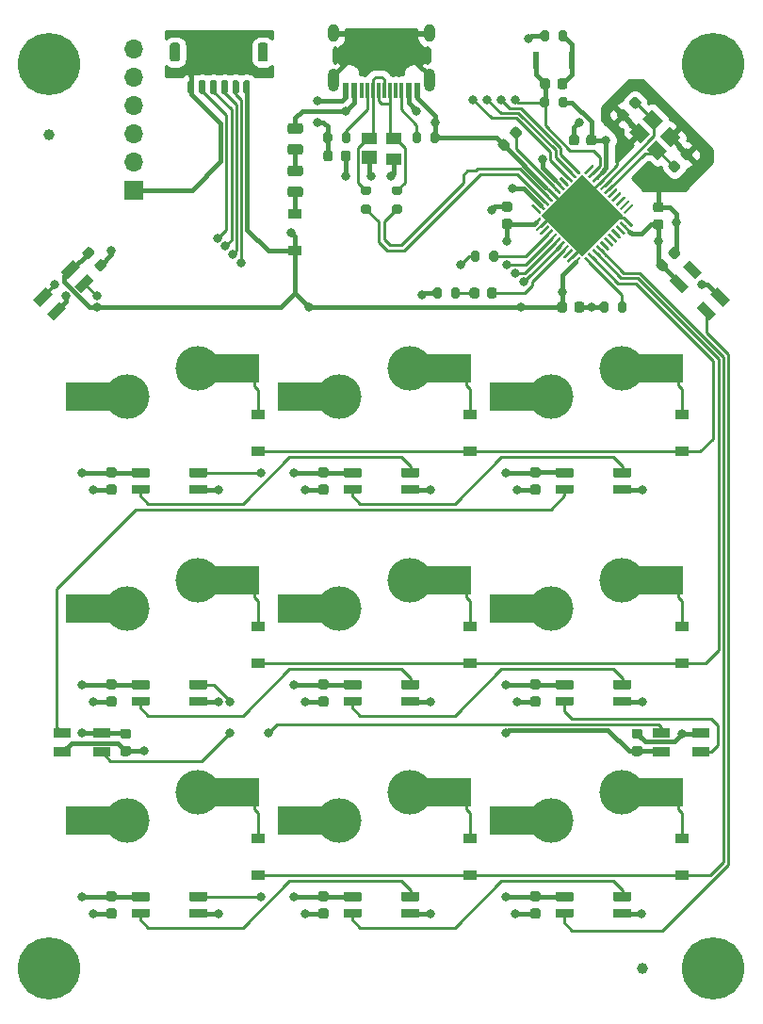
<source format=gbr>
%TF.GenerationSoftware,KiCad,Pcbnew,(5.1.9)-1*%
%TF.CreationDate,2021-04-22T22:31:28+01:00*%
%TF.ProjectId,ai03-macropad-pcb,61693033-2d6d-4616-9372-6f7061642d70,rev?*%
%TF.SameCoordinates,Original*%
%TF.FileFunction,Copper,L2,Bot*%
%TF.FilePolarity,Positive*%
%FSLAX46Y46*%
G04 Gerber Fmt 4.6, Leading zero omitted, Abs format (unit mm)*
G04 Created by KiCad (PCBNEW (5.1.9)-1) date 2021-04-22 22:31:28*
%MOMM*%
%LPD*%
G01*
G04 APERTURE LIST*
%TA.AperFunction,SMDPad,CuDef*%
%ADD10R,4.500000X2.500000*%
%TD*%
%TA.AperFunction,ComponentPad*%
%ADD11C,0.800000*%
%TD*%
%TA.AperFunction,ComponentPad*%
%ADD12C,4.000000*%
%TD*%
%TA.AperFunction,SMDPad,CuDef*%
%ADD13C,0.100000*%
%TD*%
%TA.AperFunction,SMDPad,CuDef*%
%ADD14R,1.600000X0.850000*%
%TD*%
%TA.AperFunction,ComponentPad*%
%ADD15C,5.600000*%
%TD*%
%TA.AperFunction,SMDPad,CuDef*%
%ADD16C,1.000000*%
%TD*%
%TA.AperFunction,SMDPad,CuDef*%
%ADD17R,0.550000X1.500000*%
%TD*%
%TA.AperFunction,ComponentPad*%
%ADD18R,1.700000X1.700000*%
%TD*%
%TA.AperFunction,ComponentPad*%
%ADD19O,1.700000X1.700000*%
%TD*%
%TA.AperFunction,SMDPad,CuDef*%
%ADD20R,1.200000X0.900000*%
%TD*%
%TA.AperFunction,SMDPad,CuDef*%
%ADD21R,1.400000X1.000000*%
%TD*%
%TA.AperFunction,SMDPad,CuDef*%
%ADD22R,1.400000X1.200000*%
%TD*%
%TA.AperFunction,SMDPad,CuDef*%
%ADD23R,0.600000X1.450000*%
%TD*%
%TA.AperFunction,SMDPad,CuDef*%
%ADD24R,0.300000X1.450000*%
%TD*%
%TA.AperFunction,ComponentPad*%
%ADD25O,1.000000X2.100000*%
%TD*%
%TA.AperFunction,ComponentPad*%
%ADD26O,1.000000X1.600000*%
%TD*%
%TA.AperFunction,ViaPad*%
%ADD27C,0.800000*%
%TD*%
%TA.AperFunction,Conductor*%
%ADD28C,0.381000*%
%TD*%
%TA.AperFunction,Conductor*%
%ADD29C,0.254000*%
%TD*%
%TA.AperFunction,Conductor*%
%ADD30C,0.100000*%
%TD*%
G04 APERTURE END LIST*
D10*
%TO.P,MX2,2*%
%TO.N,Net-(D2-Pad2)*%
X53467000Y-150495000D03*
%TO.P,MX2,1*%
%TO.N,COL0*%
X40540000Y-153035000D03*
D11*
%TO.P,MX2,2*%
%TO.N,Net-(D2-Pad2)*%
X55245000Y-151257000D03*
%TO.P,MX2,1*%
%TO.N,COL0*%
X38735000Y-153797000D03*
%TO.P,MX2,2*%
%TO.N,Net-(D2-Pad2)*%
X55245000Y-149733000D03*
%TO.P,MX2,1*%
%TO.N,COL0*%
X38735000Y-152273000D03*
D12*
X43815000Y-153035000D03*
%TO.P,MX2,2*%
%TO.N,Net-(D2-Pad2)*%
X50165000Y-150495000D03*
%TD*%
%TA.AperFunction,SMDPad,CuDef*%
D13*
%TO.P,U1,45*%
%TO.N,GND*%
G36*
X81063795Y-117760750D02*
G01*
X84740750Y-114083795D01*
X88417705Y-117760750D01*
X84740750Y-121437705D01*
X81063795Y-117760750D01*
G37*
%TD.AperFunction*%
%TO.P,U1,44*%
%TO.N,+5V*%
%TA.AperFunction,SMDPad,CuDef*%
G36*
G01*
X80188750Y-118600440D02*
X80860502Y-117928688D01*
G75*
G02*
X80948890Y-117928688I44194J-44194D01*
G01*
X81037278Y-118017076D01*
G75*
G02*
X81037278Y-118105464I-44194J-44194D01*
G01*
X80365526Y-118777216D01*
G75*
G02*
X80277138Y-118777216I-44194J44194D01*
G01*
X80188750Y-118688828D01*
G75*
G02*
X80188750Y-118600440I44194J44194D01*
G01*
G37*
%TD.AperFunction*%
%TO.P,U1,43*%
%TO.N,GND*%
%TA.AperFunction,SMDPad,CuDef*%
G36*
G01*
X80542304Y-118953993D02*
X81214056Y-118282241D01*
G75*
G02*
X81302444Y-118282241I44194J-44194D01*
G01*
X81390832Y-118370629D01*
G75*
G02*
X81390832Y-118459017I-44194J-44194D01*
G01*
X80719080Y-119130769D01*
G75*
G02*
X80630692Y-119130769I-44194J44194D01*
G01*
X80542304Y-119042381D01*
G75*
G02*
X80542304Y-118953993I44194J44194D01*
G01*
G37*
%TD.AperFunction*%
%TO.P,U1,42*%
%TO.N,Net-(U1-Pad42)*%
%TA.AperFunction,SMDPad,CuDef*%
G36*
G01*
X80895857Y-119307547D02*
X81567609Y-118635795D01*
G75*
G02*
X81655997Y-118635795I44194J-44194D01*
G01*
X81744385Y-118724183D01*
G75*
G02*
X81744385Y-118812571I-44194J-44194D01*
G01*
X81072633Y-119484323D01*
G75*
G02*
X80984245Y-119484323I-44194J44194D01*
G01*
X80895857Y-119395935D01*
G75*
G02*
X80895857Y-119307547I44194J44194D01*
G01*
G37*
%TD.AperFunction*%
%TO.P,U1,41*%
%TO.N,Net-(R8-Pad2)*%
%TA.AperFunction,SMDPad,CuDef*%
G36*
G01*
X81249410Y-119661100D02*
X81921162Y-118989348D01*
G75*
G02*
X82009550Y-118989348I44194J-44194D01*
G01*
X82097938Y-119077736D01*
G75*
G02*
X82097938Y-119166124I-44194J-44194D01*
G01*
X81426186Y-119837876D01*
G75*
G02*
X81337798Y-119837876I-44194J44194D01*
G01*
X81249410Y-119749488D01*
G75*
G02*
X81249410Y-119661100I44194J44194D01*
G01*
G37*
%TD.AperFunction*%
%TO.P,U1,40*%
%TO.N,COL0*%
%TA.AperFunction,SMDPad,CuDef*%
G36*
G01*
X81602964Y-120014653D02*
X82274716Y-119342901D01*
G75*
G02*
X82363104Y-119342901I44194J-44194D01*
G01*
X82451492Y-119431289D01*
G75*
G02*
X82451492Y-119519677I-44194J-44194D01*
G01*
X81779740Y-120191429D01*
G75*
G02*
X81691352Y-120191429I-44194J44194D01*
G01*
X81602964Y-120103041D01*
G75*
G02*
X81602964Y-120014653I44194J44194D01*
G01*
G37*
%TD.AperFunction*%
%TO.P,U1,39*%
%TO.N,COL1*%
%TA.AperFunction,SMDPad,CuDef*%
G36*
G01*
X81956517Y-120368207D02*
X82628269Y-119696455D01*
G75*
G02*
X82716657Y-119696455I44194J-44194D01*
G01*
X82805045Y-119784843D01*
G75*
G02*
X82805045Y-119873231I-44194J-44194D01*
G01*
X82133293Y-120544983D01*
G75*
G02*
X82044905Y-120544983I-44194J44194D01*
G01*
X81956517Y-120456595D01*
G75*
G02*
X81956517Y-120368207I44194J44194D01*
G01*
G37*
%TD.AperFunction*%
%TO.P,U1,38*%
%TO.N,COL2*%
%TA.AperFunction,SMDPad,CuDef*%
G36*
G01*
X82310071Y-120721760D02*
X82981823Y-120050008D01*
G75*
G02*
X83070211Y-120050008I44194J-44194D01*
G01*
X83158599Y-120138396D01*
G75*
G02*
X83158599Y-120226784I-44194J-44194D01*
G01*
X82486847Y-120898536D01*
G75*
G02*
X82398459Y-120898536I-44194J44194D01*
G01*
X82310071Y-120810148D01*
G75*
G02*
X82310071Y-120721760I44194J44194D01*
G01*
G37*
%TD.AperFunction*%
%TO.P,U1,37*%
%TO.N,Net-(D25-Pad2)*%
%TA.AperFunction,SMDPad,CuDef*%
G36*
G01*
X82663624Y-121075314D02*
X83335376Y-120403562D01*
G75*
G02*
X83423764Y-120403562I44194J-44194D01*
G01*
X83512152Y-120491950D01*
G75*
G02*
X83512152Y-120580338I-44194J-44194D01*
G01*
X82840400Y-121252090D01*
G75*
G02*
X82752012Y-121252090I-44194J44194D01*
G01*
X82663624Y-121163702D01*
G75*
G02*
X82663624Y-121075314I44194J44194D01*
G01*
G37*
%TD.AperFunction*%
%TO.P,U1,36*%
%TO.N,Net-(U1-Pad36)*%
%TA.AperFunction,SMDPad,CuDef*%
G36*
G01*
X83017177Y-121428867D02*
X83688929Y-120757115D01*
G75*
G02*
X83777317Y-120757115I44194J-44194D01*
G01*
X83865705Y-120845503D01*
G75*
G02*
X83865705Y-120933891I-44194J-44194D01*
G01*
X83193953Y-121605643D01*
G75*
G02*
X83105565Y-121605643I-44194J44194D01*
G01*
X83017177Y-121517255D01*
G75*
G02*
X83017177Y-121428867I44194J44194D01*
G01*
G37*
%TD.AperFunction*%
%TO.P,U1,35*%
%TO.N,GND*%
%TA.AperFunction,SMDPad,CuDef*%
G36*
G01*
X83370731Y-121782420D02*
X84042483Y-121110668D01*
G75*
G02*
X84130871Y-121110668I44194J-44194D01*
G01*
X84219259Y-121199056D01*
G75*
G02*
X84219259Y-121287444I-44194J-44194D01*
G01*
X83547507Y-121959196D01*
G75*
G02*
X83459119Y-121959196I-44194J44194D01*
G01*
X83370731Y-121870808D01*
G75*
G02*
X83370731Y-121782420I44194J44194D01*
G01*
G37*
%TD.AperFunction*%
%TO.P,U1,34*%
%TO.N,+5V*%
%TA.AperFunction,SMDPad,CuDef*%
G36*
G01*
X83724284Y-122135974D02*
X84396036Y-121464222D01*
G75*
G02*
X84484424Y-121464222I44194J-44194D01*
G01*
X84572812Y-121552610D01*
G75*
G02*
X84572812Y-121640998I-44194J-44194D01*
G01*
X83901060Y-122312750D01*
G75*
G02*
X83812672Y-122312750I-44194J44194D01*
G01*
X83724284Y-122224362D01*
G75*
G02*
X83724284Y-122135974I44194J44194D01*
G01*
G37*
%TD.AperFunction*%
%TO.P,U1,33*%
%TO.N,Net-(R7-Pad2)*%
%TA.AperFunction,SMDPad,CuDef*%
G36*
G01*
X84908688Y-121552610D02*
X84997076Y-121464222D01*
G75*
G02*
X85085464Y-121464222I44194J-44194D01*
G01*
X85757216Y-122135974D01*
G75*
G02*
X85757216Y-122224362I-44194J-44194D01*
G01*
X85668828Y-122312750D01*
G75*
G02*
X85580440Y-122312750I-44194J44194D01*
G01*
X84908688Y-121640998D01*
G75*
G02*
X84908688Y-121552610I44194J44194D01*
G01*
G37*
%TD.AperFunction*%
%TO.P,U1,32*%
%TO.N,ROW0*%
%TA.AperFunction,SMDPad,CuDef*%
G36*
G01*
X85262241Y-121199056D02*
X85350629Y-121110668D01*
G75*
G02*
X85439017Y-121110668I44194J-44194D01*
G01*
X86110769Y-121782420D01*
G75*
G02*
X86110769Y-121870808I-44194J-44194D01*
G01*
X86022381Y-121959196D01*
G75*
G02*
X85933993Y-121959196I-44194J44194D01*
G01*
X85262241Y-121287444D01*
G75*
G02*
X85262241Y-121199056I44194J44194D01*
G01*
G37*
%TD.AperFunction*%
%TO.P,U1,31*%
%TO.N,ROW1*%
%TA.AperFunction,SMDPad,CuDef*%
G36*
G01*
X85615795Y-120845503D02*
X85704183Y-120757115D01*
G75*
G02*
X85792571Y-120757115I44194J-44194D01*
G01*
X86464323Y-121428867D01*
G75*
G02*
X86464323Y-121517255I-44194J-44194D01*
G01*
X86375935Y-121605643D01*
G75*
G02*
X86287547Y-121605643I-44194J44194D01*
G01*
X85615795Y-120933891D01*
G75*
G02*
X85615795Y-120845503I44194J44194D01*
G01*
G37*
%TD.AperFunction*%
%TO.P,U1,30*%
%TO.N,ROW2*%
%TA.AperFunction,SMDPad,CuDef*%
G36*
G01*
X85969348Y-120491950D02*
X86057736Y-120403562D01*
G75*
G02*
X86146124Y-120403562I44194J-44194D01*
G01*
X86817876Y-121075314D01*
G75*
G02*
X86817876Y-121163702I-44194J-44194D01*
G01*
X86729488Y-121252090D01*
G75*
G02*
X86641100Y-121252090I-44194J44194D01*
G01*
X85969348Y-120580338D01*
G75*
G02*
X85969348Y-120491950I44194J44194D01*
G01*
G37*
%TD.AperFunction*%
%TO.P,U1,29*%
%TO.N,Net-(U1-Pad29)*%
%TA.AperFunction,SMDPad,CuDef*%
G36*
G01*
X86322901Y-120138396D02*
X86411289Y-120050008D01*
G75*
G02*
X86499677Y-120050008I44194J-44194D01*
G01*
X87171429Y-120721760D01*
G75*
G02*
X87171429Y-120810148I-44194J-44194D01*
G01*
X87083041Y-120898536D01*
G75*
G02*
X86994653Y-120898536I-44194J44194D01*
G01*
X86322901Y-120226784D01*
G75*
G02*
X86322901Y-120138396I44194J44194D01*
G01*
G37*
%TD.AperFunction*%
%TO.P,U1,28*%
%TO.N,Net-(U1-Pad28)*%
%TA.AperFunction,SMDPad,CuDef*%
G36*
G01*
X86676455Y-119784843D02*
X86764843Y-119696455D01*
G75*
G02*
X86853231Y-119696455I44194J-44194D01*
G01*
X87524983Y-120368207D01*
G75*
G02*
X87524983Y-120456595I-44194J-44194D01*
G01*
X87436595Y-120544983D01*
G75*
G02*
X87348207Y-120544983I-44194J44194D01*
G01*
X86676455Y-119873231D01*
G75*
G02*
X86676455Y-119784843I44194J44194D01*
G01*
G37*
%TD.AperFunction*%
%TO.P,U1,27*%
%TO.N,Net-(U1-Pad27)*%
%TA.AperFunction,SMDPad,CuDef*%
G36*
G01*
X87030008Y-119431289D02*
X87118396Y-119342901D01*
G75*
G02*
X87206784Y-119342901I44194J-44194D01*
G01*
X87878536Y-120014653D01*
G75*
G02*
X87878536Y-120103041I-44194J-44194D01*
G01*
X87790148Y-120191429D01*
G75*
G02*
X87701760Y-120191429I-44194J44194D01*
G01*
X87030008Y-119519677D01*
G75*
G02*
X87030008Y-119431289I44194J44194D01*
G01*
G37*
%TD.AperFunction*%
%TO.P,U1,26*%
%TO.N,Net-(U1-Pad26)*%
%TA.AperFunction,SMDPad,CuDef*%
G36*
G01*
X87383562Y-119077736D02*
X87471950Y-118989348D01*
G75*
G02*
X87560338Y-118989348I44194J-44194D01*
G01*
X88232090Y-119661100D01*
G75*
G02*
X88232090Y-119749488I-44194J-44194D01*
G01*
X88143702Y-119837876D01*
G75*
G02*
X88055314Y-119837876I-44194J44194D01*
G01*
X87383562Y-119166124D01*
G75*
G02*
X87383562Y-119077736I44194J44194D01*
G01*
G37*
%TD.AperFunction*%
%TO.P,U1,25*%
%TO.N,Net-(U1-Pad25)*%
%TA.AperFunction,SMDPad,CuDef*%
G36*
G01*
X87737115Y-118724183D02*
X87825503Y-118635795D01*
G75*
G02*
X87913891Y-118635795I44194J-44194D01*
G01*
X88585643Y-119307547D01*
G75*
G02*
X88585643Y-119395935I-44194J-44194D01*
G01*
X88497255Y-119484323D01*
G75*
G02*
X88408867Y-119484323I-44194J44194D01*
G01*
X87737115Y-118812571D01*
G75*
G02*
X87737115Y-118724183I44194J44194D01*
G01*
G37*
%TD.AperFunction*%
%TO.P,U1,24*%
%TO.N,+5V*%
%TA.AperFunction,SMDPad,CuDef*%
G36*
G01*
X88090668Y-118370629D02*
X88179056Y-118282241D01*
G75*
G02*
X88267444Y-118282241I44194J-44194D01*
G01*
X88939196Y-118953993D01*
G75*
G02*
X88939196Y-119042381I-44194J-44194D01*
G01*
X88850808Y-119130769D01*
G75*
G02*
X88762420Y-119130769I-44194J44194D01*
G01*
X88090668Y-118459017D01*
G75*
G02*
X88090668Y-118370629I44194J44194D01*
G01*
G37*
%TD.AperFunction*%
%TO.P,U1,23*%
%TO.N,GND*%
%TA.AperFunction,SMDPad,CuDef*%
G36*
G01*
X88444222Y-118017076D02*
X88532610Y-117928688D01*
G75*
G02*
X88620998Y-117928688I44194J-44194D01*
G01*
X89292750Y-118600440D01*
G75*
G02*
X89292750Y-118688828I-44194J-44194D01*
G01*
X89204362Y-118777216D01*
G75*
G02*
X89115974Y-118777216I-44194J44194D01*
G01*
X88444222Y-118105464D01*
G75*
G02*
X88444222Y-118017076I44194J44194D01*
G01*
G37*
%TD.AperFunction*%
%TO.P,U1,22*%
%TO.N,Net-(U1-Pad22)*%
%TA.AperFunction,SMDPad,CuDef*%
G36*
G01*
X88444222Y-117416036D02*
X89115974Y-116744284D01*
G75*
G02*
X89204362Y-116744284I44194J-44194D01*
G01*
X89292750Y-116832672D01*
G75*
G02*
X89292750Y-116921060I-44194J-44194D01*
G01*
X88620998Y-117592812D01*
G75*
G02*
X88532610Y-117592812I-44194J44194D01*
G01*
X88444222Y-117504424D01*
G75*
G02*
X88444222Y-117416036I44194J44194D01*
G01*
G37*
%TD.AperFunction*%
%TO.P,U1,21*%
%TO.N,Net-(U1-Pad21)*%
%TA.AperFunction,SMDPad,CuDef*%
G36*
G01*
X88090668Y-117062483D02*
X88762420Y-116390731D01*
G75*
G02*
X88850808Y-116390731I44194J-44194D01*
G01*
X88939196Y-116479119D01*
G75*
G02*
X88939196Y-116567507I-44194J-44194D01*
G01*
X88267444Y-117239259D01*
G75*
G02*
X88179056Y-117239259I-44194J44194D01*
G01*
X88090668Y-117150871D01*
G75*
G02*
X88090668Y-117062483I44194J44194D01*
G01*
G37*
%TD.AperFunction*%
%TO.P,U1,20*%
%TO.N,Net-(U1-Pad20)*%
%TA.AperFunction,SMDPad,CuDef*%
G36*
G01*
X87737115Y-116708929D02*
X88408867Y-116037177D01*
G75*
G02*
X88497255Y-116037177I44194J-44194D01*
G01*
X88585643Y-116125565D01*
G75*
G02*
X88585643Y-116213953I-44194J-44194D01*
G01*
X87913891Y-116885705D01*
G75*
G02*
X87825503Y-116885705I-44194J44194D01*
G01*
X87737115Y-116797317D01*
G75*
G02*
X87737115Y-116708929I44194J44194D01*
G01*
G37*
%TD.AperFunction*%
%TO.P,U1,19*%
%TO.N,Net-(U1-Pad19)*%
%TA.AperFunction,SMDPad,CuDef*%
G36*
G01*
X87383562Y-116355376D02*
X88055314Y-115683624D01*
G75*
G02*
X88143702Y-115683624I44194J-44194D01*
G01*
X88232090Y-115772012D01*
G75*
G02*
X88232090Y-115860400I-44194J-44194D01*
G01*
X87560338Y-116532152D01*
G75*
G02*
X87471950Y-116532152I-44194J44194D01*
G01*
X87383562Y-116443764D01*
G75*
G02*
X87383562Y-116355376I44194J44194D01*
G01*
G37*
%TD.AperFunction*%
%TO.P,U1,18*%
%TO.N,Net-(U1-Pad18)*%
%TA.AperFunction,SMDPad,CuDef*%
G36*
G01*
X87030008Y-116001823D02*
X87701760Y-115330071D01*
G75*
G02*
X87790148Y-115330071I44194J-44194D01*
G01*
X87878536Y-115418459D01*
G75*
G02*
X87878536Y-115506847I-44194J-44194D01*
G01*
X87206784Y-116178599D01*
G75*
G02*
X87118396Y-116178599I-44194J44194D01*
G01*
X87030008Y-116090211D01*
G75*
G02*
X87030008Y-116001823I44194J44194D01*
G01*
G37*
%TD.AperFunction*%
%TO.P,U1,17*%
%TO.N,XTAL1*%
%TA.AperFunction,SMDPad,CuDef*%
G36*
G01*
X86676455Y-115648269D02*
X87348207Y-114976517D01*
G75*
G02*
X87436595Y-114976517I44194J-44194D01*
G01*
X87524983Y-115064905D01*
G75*
G02*
X87524983Y-115153293I-44194J-44194D01*
G01*
X86853231Y-115825045D01*
G75*
G02*
X86764843Y-115825045I-44194J44194D01*
G01*
X86676455Y-115736657D01*
G75*
G02*
X86676455Y-115648269I44194J44194D01*
G01*
G37*
%TD.AperFunction*%
%TO.P,U1,16*%
%TO.N,XTAL2*%
%TA.AperFunction,SMDPad,CuDef*%
G36*
G01*
X86322901Y-115294716D02*
X86994653Y-114622964D01*
G75*
G02*
X87083041Y-114622964I44194J-44194D01*
G01*
X87171429Y-114711352D01*
G75*
G02*
X87171429Y-114799740I-44194J-44194D01*
G01*
X86499677Y-115471492D01*
G75*
G02*
X86411289Y-115471492I-44194J44194D01*
G01*
X86322901Y-115383104D01*
G75*
G02*
X86322901Y-115294716I44194J44194D01*
G01*
G37*
%TD.AperFunction*%
%TO.P,U1,15*%
%TO.N,GND*%
%TA.AperFunction,SMDPad,CuDef*%
G36*
G01*
X85969348Y-114941162D02*
X86641100Y-114269410D01*
G75*
G02*
X86729488Y-114269410I44194J-44194D01*
G01*
X86817876Y-114357798D01*
G75*
G02*
X86817876Y-114446186I-44194J-44194D01*
G01*
X86146124Y-115117938D01*
G75*
G02*
X86057736Y-115117938I-44194J44194D01*
G01*
X85969348Y-115029550D01*
G75*
G02*
X85969348Y-114941162I44194J44194D01*
G01*
G37*
%TD.AperFunction*%
%TO.P,U1,14*%
%TO.N,+5V*%
%TA.AperFunction,SMDPad,CuDef*%
G36*
G01*
X85615795Y-114587609D02*
X86287547Y-113915857D01*
G75*
G02*
X86375935Y-113915857I44194J-44194D01*
G01*
X86464323Y-114004245D01*
G75*
G02*
X86464323Y-114092633I-44194J-44194D01*
G01*
X85792571Y-114764385D01*
G75*
G02*
X85704183Y-114764385I-44194J44194D01*
G01*
X85615795Y-114675997D01*
G75*
G02*
X85615795Y-114587609I44194J44194D01*
G01*
G37*
%TD.AperFunction*%
%TO.P,U1,13*%
%TO.N,RST*%
%TA.AperFunction,SMDPad,CuDef*%
G36*
G01*
X85262241Y-114234056D02*
X85933993Y-113562304D01*
G75*
G02*
X86022381Y-113562304I44194J-44194D01*
G01*
X86110769Y-113650692D01*
G75*
G02*
X86110769Y-113739080I-44194J-44194D01*
G01*
X85439017Y-114410832D01*
G75*
G02*
X85350629Y-114410832I-44194J44194D01*
G01*
X85262241Y-114322444D01*
G75*
G02*
X85262241Y-114234056I44194J44194D01*
G01*
G37*
%TD.AperFunction*%
%TO.P,U1,12*%
%TO.N,Net-(U1-Pad12)*%
%TA.AperFunction,SMDPad,CuDef*%
G36*
G01*
X84908688Y-113880502D02*
X85580440Y-113208750D01*
G75*
G02*
X85668828Y-113208750I44194J-44194D01*
G01*
X85757216Y-113297138D01*
G75*
G02*
X85757216Y-113385526I-44194J-44194D01*
G01*
X85085464Y-114057278D01*
G75*
G02*
X84997076Y-114057278I-44194J44194D01*
G01*
X84908688Y-113968890D01*
G75*
G02*
X84908688Y-113880502I44194J44194D01*
G01*
G37*
%TD.AperFunction*%
%TO.P,U1,11*%
%TO.N,MISO*%
%TA.AperFunction,SMDPad,CuDef*%
G36*
G01*
X83724284Y-113297138D02*
X83812672Y-113208750D01*
G75*
G02*
X83901060Y-113208750I44194J-44194D01*
G01*
X84572812Y-113880502D01*
G75*
G02*
X84572812Y-113968890I-44194J-44194D01*
G01*
X84484424Y-114057278D01*
G75*
G02*
X84396036Y-114057278I-44194J44194D01*
G01*
X83724284Y-113385526D01*
G75*
G02*
X83724284Y-113297138I44194J44194D01*
G01*
G37*
%TD.AperFunction*%
%TO.P,U1,10*%
%TO.N,MOSI*%
%TA.AperFunction,SMDPad,CuDef*%
G36*
G01*
X83370731Y-113650692D02*
X83459119Y-113562304D01*
G75*
G02*
X83547507Y-113562304I44194J-44194D01*
G01*
X84219259Y-114234056D01*
G75*
G02*
X84219259Y-114322444I-44194J-44194D01*
G01*
X84130871Y-114410832D01*
G75*
G02*
X84042483Y-114410832I-44194J44194D01*
G01*
X83370731Y-113739080D01*
G75*
G02*
X83370731Y-113650692I44194J44194D01*
G01*
G37*
%TD.AperFunction*%
%TO.P,U1,9*%
%TO.N,SCK*%
%TA.AperFunction,SMDPad,CuDef*%
G36*
G01*
X83017177Y-114004245D02*
X83105565Y-113915857D01*
G75*
G02*
X83193953Y-113915857I44194J-44194D01*
G01*
X83865705Y-114587609D01*
G75*
G02*
X83865705Y-114675997I-44194J-44194D01*
G01*
X83777317Y-114764385D01*
G75*
G02*
X83688929Y-114764385I-44194J44194D01*
G01*
X83017177Y-114092633D01*
G75*
G02*
X83017177Y-114004245I44194J44194D01*
G01*
G37*
%TD.AperFunction*%
%TO.P,U1,8*%
%TO.N,Net-(U1-Pad8)*%
%TA.AperFunction,SMDPad,CuDef*%
G36*
G01*
X82663624Y-114357798D02*
X82752012Y-114269410D01*
G75*
G02*
X82840400Y-114269410I44194J-44194D01*
G01*
X83512152Y-114941162D01*
G75*
G02*
X83512152Y-115029550I-44194J-44194D01*
G01*
X83423764Y-115117938D01*
G75*
G02*
X83335376Y-115117938I-44194J44194D01*
G01*
X82663624Y-114446186D01*
G75*
G02*
X82663624Y-114357798I44194J44194D01*
G01*
G37*
%TD.AperFunction*%
%TO.P,U1,7*%
%TO.N,+5V*%
%TA.AperFunction,SMDPad,CuDef*%
G36*
G01*
X82310071Y-114711352D02*
X82398459Y-114622964D01*
G75*
G02*
X82486847Y-114622964I44194J-44194D01*
G01*
X83158599Y-115294716D01*
G75*
G02*
X83158599Y-115383104I-44194J-44194D01*
G01*
X83070211Y-115471492D01*
G75*
G02*
X82981823Y-115471492I-44194J44194D01*
G01*
X82310071Y-114799740D01*
G75*
G02*
X82310071Y-114711352I44194J44194D01*
G01*
G37*
%TD.AperFunction*%
%TO.P,U1,6*%
%TO.N,Net-(C16-Pad1)*%
%TA.AperFunction,SMDPad,CuDef*%
G36*
G01*
X81956517Y-115064905D02*
X82044905Y-114976517D01*
G75*
G02*
X82133293Y-114976517I44194J-44194D01*
G01*
X82805045Y-115648269D01*
G75*
G02*
X82805045Y-115736657I-44194J-44194D01*
G01*
X82716657Y-115825045D01*
G75*
G02*
X82628269Y-115825045I-44194J44194D01*
G01*
X81956517Y-115153293D01*
G75*
G02*
X81956517Y-115064905I44194J44194D01*
G01*
G37*
%TD.AperFunction*%
%TO.P,U1,5*%
%TO.N,GND*%
%TA.AperFunction,SMDPad,CuDef*%
G36*
G01*
X81602964Y-115418459D02*
X81691352Y-115330071D01*
G75*
G02*
X81779740Y-115330071I44194J-44194D01*
G01*
X82451492Y-116001823D01*
G75*
G02*
X82451492Y-116090211I-44194J-44194D01*
G01*
X82363104Y-116178599D01*
G75*
G02*
X82274716Y-116178599I-44194J44194D01*
G01*
X81602964Y-115506847D01*
G75*
G02*
X81602964Y-115418459I44194J44194D01*
G01*
G37*
%TD.AperFunction*%
%TO.P,U1,4*%
%TO.N,D_P*%
%TA.AperFunction,SMDPad,CuDef*%
G36*
G01*
X81249410Y-115772012D02*
X81337798Y-115683624D01*
G75*
G02*
X81426186Y-115683624I44194J-44194D01*
G01*
X82097938Y-116355376D01*
G75*
G02*
X82097938Y-116443764I-44194J-44194D01*
G01*
X82009550Y-116532152D01*
G75*
G02*
X81921162Y-116532152I-44194J44194D01*
G01*
X81249410Y-115860400D01*
G75*
G02*
X81249410Y-115772012I44194J44194D01*
G01*
G37*
%TD.AperFunction*%
%TO.P,U1,3*%
%TO.N,D_N*%
%TA.AperFunction,SMDPad,CuDef*%
G36*
G01*
X80895857Y-116125565D02*
X80984245Y-116037177D01*
G75*
G02*
X81072633Y-116037177I44194J-44194D01*
G01*
X81744385Y-116708929D01*
G75*
G02*
X81744385Y-116797317I-44194J-44194D01*
G01*
X81655997Y-116885705D01*
G75*
G02*
X81567609Y-116885705I-44194J44194D01*
G01*
X80895857Y-116213953D01*
G75*
G02*
X80895857Y-116125565I44194J44194D01*
G01*
G37*
%TD.AperFunction*%
%TO.P,U1,2*%
%TO.N,+5V*%
%TA.AperFunction,SMDPad,CuDef*%
G36*
G01*
X80542304Y-116479119D02*
X80630692Y-116390731D01*
G75*
G02*
X80719080Y-116390731I44194J-44194D01*
G01*
X81390832Y-117062483D01*
G75*
G02*
X81390832Y-117150871I-44194J-44194D01*
G01*
X81302444Y-117239259D01*
G75*
G02*
X81214056Y-117239259I-44194J44194D01*
G01*
X80542304Y-116567507D01*
G75*
G02*
X80542304Y-116479119I44194J44194D01*
G01*
G37*
%TD.AperFunction*%
%TO.P,U1,1*%
%TO.N,Net-(U1-Pad1)*%
%TA.AperFunction,SMDPad,CuDef*%
G36*
G01*
X80188750Y-116832672D02*
X80277138Y-116744284D01*
G75*
G02*
X80365526Y-116744284I44194J-44194D01*
G01*
X81037278Y-117416036D01*
G75*
G02*
X81037278Y-117504424I-44194J-44194D01*
G01*
X80948890Y-117592812D01*
G75*
G02*
X80860502Y-117592812I-44194J44194D01*
G01*
X80188750Y-116921060D01*
G75*
G02*
X80188750Y-116832672I44194J44194D01*
G01*
G37*
%TD.AperFunction*%
%TD*%
D14*
%TO.P,D24,1*%
%TO.N,+5V*%
X91849000Y-165975000D03*
%TO.P,D24,2*%
%TO.N,D13*%
X91849000Y-164225000D03*
%TO.P,D24,4*%
%TO.N,D24*%
X95349000Y-165975000D03*
%TO.P,D24,3*%
%TO.N,GND*%
X95349000Y-164225000D03*
%TD*%
%TA.AperFunction,SMDPad,CuDef*%
D13*
%TO.P,D23,1*%
%TO.N,+5V*%
G36*
X92527639Y-123576117D02*
G01*
X93128680Y-122975076D01*
X94260051Y-124106447D01*
X93659010Y-124707488D01*
X92527639Y-123576117D01*
G37*
%TD.AperFunction*%
%TA.AperFunction,SMDPad,CuDef*%
%TO.P,D23,2*%
%TO.N,Net-(D23-Pad2)*%
G36*
X93765076Y-122338680D02*
G01*
X94366117Y-121737639D01*
X95497488Y-122869010D01*
X94896447Y-123470051D01*
X93765076Y-122338680D01*
G37*
%TD.AperFunction*%
%TA.AperFunction,SMDPad,CuDef*%
%TO.P,D23,4*%
%TO.N,D23*%
G36*
X95002512Y-126050990D02*
G01*
X95603553Y-125449949D01*
X96734924Y-126581320D01*
X96133883Y-127182361D01*
X95002512Y-126050990D01*
G37*
%TD.AperFunction*%
%TA.AperFunction,SMDPad,CuDef*%
%TO.P,D23,3*%
%TO.N,GND*%
G36*
X96239949Y-124813553D02*
G01*
X96840990Y-124212512D01*
X97972361Y-125343883D01*
X97371320Y-125944924D01*
X96239949Y-124813553D01*
G37*
%TD.AperFunction*%
%TD*%
%TA.AperFunction,SMDPad,CuDef*%
%TO.P,D21,1*%
%TO.N,+5V*%
G36*
X38983883Y-121737639D02*
G01*
X39584924Y-122338680D01*
X38453553Y-123470051D01*
X37852512Y-122869010D01*
X38983883Y-121737639D01*
G37*
%TD.AperFunction*%
%TA.AperFunction,SMDPad,CuDef*%
%TO.P,D21,2*%
%TO.N,D11*%
G36*
X40221320Y-122975076D02*
G01*
X40822361Y-123576117D01*
X39690990Y-124707488D01*
X39089949Y-124106447D01*
X40221320Y-122975076D01*
G37*
%TD.AperFunction*%
%TA.AperFunction,SMDPad,CuDef*%
%TO.P,D21,4*%
%TO.N,RGB1*%
G36*
X36509010Y-124212512D02*
G01*
X37110051Y-124813553D01*
X35978680Y-125944924D01*
X35377639Y-125343883D01*
X36509010Y-124212512D01*
G37*
%TD.AperFunction*%
%TA.AperFunction,SMDPad,CuDef*%
%TO.P,D21,3*%
%TO.N,GND*%
G36*
X37746447Y-125449949D02*
G01*
X38347488Y-126050990D01*
X37216117Y-127182361D01*
X36615076Y-126581320D01*
X37746447Y-125449949D01*
G37*
%TD.AperFunction*%
%TD*%
D14*
%TO.P,D22,1*%
%TO.N,+5V*%
X41501000Y-164225000D03*
%TO.P,D22,2*%
%TO.N,D12*%
X41501000Y-165975000D03*
%TO.P,D22,4*%
%TO.N,D22*%
X38001000Y-164225000D03*
%TO.P,D22,3*%
%TO.N,GND*%
X38001000Y-165975000D03*
%TD*%
D10*
%TO.P,MX1,2*%
%TO.N,Net-(D1-Pad2)*%
X53467000Y-131445000D03*
%TO.P,MX1,1*%
%TO.N,COL0*%
X40540000Y-133985000D03*
D11*
%TO.P,MX1,2*%
%TO.N,Net-(D1-Pad2)*%
X55245000Y-132207000D03*
%TO.P,MX1,1*%
%TO.N,COL0*%
X38735000Y-134747000D03*
%TO.P,MX1,2*%
%TO.N,Net-(D1-Pad2)*%
X55245000Y-130683000D03*
%TO.P,MX1,1*%
%TO.N,COL0*%
X38735000Y-133223000D03*
D12*
X43815000Y-133985000D03*
%TO.P,MX1,2*%
%TO.N,Net-(D1-Pad2)*%
X50165000Y-131445000D03*
%TD*%
D10*
%TO.P,MX9,2*%
%TO.N,Net-(D10-Pad2)*%
X91567000Y-169545000D03*
%TO.P,MX9,1*%
%TO.N,COL2*%
X78640000Y-172085000D03*
D11*
%TO.P,MX9,2*%
%TO.N,Net-(D10-Pad2)*%
X93345000Y-170307000D03*
%TO.P,MX9,1*%
%TO.N,COL2*%
X76835000Y-172847000D03*
%TO.P,MX9,2*%
%TO.N,Net-(D10-Pad2)*%
X93345000Y-168783000D03*
%TO.P,MX9,1*%
%TO.N,COL2*%
X76835000Y-171323000D03*
D12*
X81915000Y-172085000D03*
%TO.P,MX9,2*%
%TO.N,Net-(D10-Pad2)*%
X88265000Y-169545000D03*
%TD*%
D10*
%TO.P,MX6,2*%
%TO.N,Net-(D7-Pad2)*%
X72517000Y-169545000D03*
%TO.P,MX6,1*%
%TO.N,COL1*%
X59590000Y-172085000D03*
D11*
%TO.P,MX6,2*%
%TO.N,Net-(D7-Pad2)*%
X74295000Y-170307000D03*
%TO.P,MX6,1*%
%TO.N,COL1*%
X57785000Y-172847000D03*
%TO.P,MX6,2*%
%TO.N,Net-(D7-Pad2)*%
X74295000Y-168783000D03*
%TO.P,MX6,1*%
%TO.N,COL1*%
X57785000Y-171323000D03*
D12*
X62865000Y-172085000D03*
%TO.P,MX6,2*%
%TO.N,Net-(D7-Pad2)*%
X69215000Y-169545000D03*
%TD*%
D10*
%TO.P,MX8,2*%
%TO.N,Net-(D9-Pad2)*%
X91567000Y-150495000D03*
%TO.P,MX8,1*%
%TO.N,COL2*%
X78640000Y-153035000D03*
D11*
%TO.P,MX8,2*%
%TO.N,Net-(D9-Pad2)*%
X93345000Y-151257000D03*
%TO.P,MX8,1*%
%TO.N,COL2*%
X76835000Y-153797000D03*
%TO.P,MX8,2*%
%TO.N,Net-(D9-Pad2)*%
X93345000Y-149733000D03*
%TO.P,MX8,1*%
%TO.N,COL2*%
X76835000Y-152273000D03*
D12*
X81915000Y-153035000D03*
%TO.P,MX8,2*%
%TO.N,Net-(D9-Pad2)*%
X88265000Y-150495000D03*
%TD*%
D10*
%TO.P,MX4,2*%
%TO.N,Net-(D5-Pad2)*%
X72517000Y-131445000D03*
%TO.P,MX4,1*%
%TO.N,COL1*%
X59590000Y-133985000D03*
D11*
%TO.P,MX4,2*%
%TO.N,Net-(D5-Pad2)*%
X74295000Y-132207000D03*
%TO.P,MX4,1*%
%TO.N,COL1*%
X57785000Y-134747000D03*
%TO.P,MX4,2*%
%TO.N,Net-(D5-Pad2)*%
X74295000Y-130683000D03*
%TO.P,MX4,1*%
%TO.N,COL1*%
X57785000Y-133223000D03*
D12*
X62865000Y-133985000D03*
%TO.P,MX4,2*%
%TO.N,Net-(D5-Pad2)*%
X69215000Y-131445000D03*
%TD*%
D10*
%TO.P,MX7,2*%
%TO.N,Net-(D8-Pad2)*%
X91567000Y-131445000D03*
%TO.P,MX7,1*%
%TO.N,COL2*%
X78640000Y-133985000D03*
D11*
%TO.P,MX7,2*%
%TO.N,Net-(D8-Pad2)*%
X93345000Y-132207000D03*
%TO.P,MX7,1*%
%TO.N,COL2*%
X76835000Y-134747000D03*
%TO.P,MX7,2*%
%TO.N,Net-(D8-Pad2)*%
X93345000Y-130683000D03*
%TO.P,MX7,1*%
%TO.N,COL2*%
X76835000Y-133223000D03*
D12*
X81915000Y-133985000D03*
%TO.P,MX7,2*%
%TO.N,Net-(D8-Pad2)*%
X88265000Y-131445000D03*
%TD*%
D10*
%TO.P,MX5,2*%
%TO.N,Net-(D6-Pad2)*%
X72517000Y-150495000D03*
%TO.P,MX5,1*%
%TO.N,COL1*%
X59590000Y-153035000D03*
D11*
%TO.P,MX5,2*%
%TO.N,Net-(D6-Pad2)*%
X74295000Y-151257000D03*
%TO.P,MX5,1*%
%TO.N,COL1*%
X57785000Y-153797000D03*
%TO.P,MX5,2*%
%TO.N,Net-(D6-Pad2)*%
X74295000Y-149733000D03*
%TO.P,MX5,1*%
%TO.N,COL1*%
X57785000Y-152273000D03*
D12*
X62865000Y-153035000D03*
%TO.P,MX5,2*%
%TO.N,Net-(D6-Pad2)*%
X69215000Y-150495000D03*
%TD*%
D10*
%TO.P,MX3,2*%
%TO.N,Net-(D3-Pad2)*%
X53467000Y-169545000D03*
%TO.P,MX3,1*%
%TO.N,COL0*%
X40540000Y-172085000D03*
D11*
%TO.P,MX3,2*%
%TO.N,Net-(D3-Pad2)*%
X55245000Y-170307000D03*
%TO.P,MX3,1*%
%TO.N,COL0*%
X38735000Y-172847000D03*
%TO.P,MX3,2*%
%TO.N,Net-(D3-Pad2)*%
X55245000Y-168783000D03*
%TO.P,MX3,1*%
%TO.N,COL0*%
X38735000Y-171323000D03*
D12*
X43815000Y-172085000D03*
%TO.P,MX3,2*%
%TO.N,Net-(D3-Pad2)*%
X50165000Y-169545000D03*
%TD*%
D15*
%TO.P,H4,1*%
%TO.N,N/C*%
X96520000Y-185420000D03*
%TD*%
%TO.P,H3,1*%
%TO.N,N/C*%
X96520000Y-104140000D03*
%TD*%
%TO.P,H2,1*%
%TO.N,N/C*%
X36830000Y-185420000D03*
%TD*%
%TO.P,H1,1*%
%TO.N,N/C*%
X36830000Y-104140000D03*
%TD*%
D16*
%TO.P,REF\u002A\u002A,*%
%TO.N,*%
X90170000Y-185420000D03*
%TD*%
%TO.P,REF\u002A\u002A,*%
%TO.N,*%
X36830000Y-110490000D03*
%TD*%
%TO.P,C14,2*%
%TO.N,Net-(C14-Pad2)*%
%TA.AperFunction,SMDPad,CuDef*%
G36*
G01*
X82494000Y-106168000D02*
X82494000Y-105668000D01*
G75*
G02*
X82719000Y-105443000I225000J0D01*
G01*
X83169000Y-105443000D01*
G75*
G02*
X83394000Y-105668000I0J-225000D01*
G01*
X83394000Y-106168000D01*
G75*
G02*
X83169000Y-106393000I-225000J0D01*
G01*
X82719000Y-106393000D01*
G75*
G02*
X82494000Y-106168000I0J225000D01*
G01*
G37*
%TD.AperFunction*%
%TO.P,C14,1*%
%TO.N,RST*%
%TA.AperFunction,SMDPad,CuDef*%
G36*
G01*
X80944000Y-106168000D02*
X80944000Y-105668000D01*
G75*
G02*
X81169000Y-105443000I225000J0D01*
G01*
X81619000Y-105443000D01*
G75*
G02*
X81844000Y-105668000I0J-225000D01*
G01*
X81844000Y-106168000D01*
G75*
G02*
X81619000Y-106393000I-225000J0D01*
G01*
X81169000Y-106393000D01*
G75*
G02*
X80944000Y-106168000I0J225000D01*
G01*
G37*
%TD.AperFunction*%
%TD*%
D17*
%TO.P,SW1,2*%
%TO.N,RST*%
X80544000Y-103759000D03*
%TO.P,SW1,1*%
%TO.N,Net-(C14-Pad2)*%
X83794000Y-103759000D03*
%TD*%
D18*
%TO.P,J2,1*%
%TO.N,GND*%
X44450000Y-115443000D03*
D19*
%TO.P,J2,2*%
%TO.N,RST*%
X44450000Y-112903000D03*
%TO.P,J2,3*%
%TO.N,MISO*%
X44450000Y-110363000D03*
%TO.P,J2,4*%
%TO.N,MOSI*%
X44450000Y-107823000D03*
%TO.P,J2,5*%
%TO.N,SCK*%
X44450000Y-105283000D03*
%TO.P,J2,6*%
%TO.N,+5V*%
X44450000Y-102743000D03*
%TD*%
%TO.P,D25,2*%
%TO.N,Net-(D25-Pad2)*%
%TA.AperFunction,SMDPad,CuDef*%
G36*
G01*
X76169000Y-124970250D02*
X76169000Y-124457750D01*
G75*
G02*
X76387750Y-124239000I218750J0D01*
G01*
X76825250Y-124239000D01*
G75*
G02*
X77044000Y-124457750I0J-218750D01*
G01*
X77044000Y-124970250D01*
G75*
G02*
X76825250Y-125189000I-218750J0D01*
G01*
X76387750Y-125189000D01*
G75*
G02*
X76169000Y-124970250I0J218750D01*
G01*
G37*
%TD.AperFunction*%
%TO.P,D25,1*%
%TO.N,Net-(D25-Pad1)*%
%TA.AperFunction,SMDPad,CuDef*%
G36*
G01*
X74594000Y-124970250D02*
X74594000Y-124457750D01*
G75*
G02*
X74812750Y-124239000I218750J0D01*
G01*
X75250250Y-124239000D01*
G75*
G02*
X75469000Y-124457750I0J-218750D01*
G01*
X75469000Y-124970250D01*
G75*
G02*
X75250250Y-125189000I-218750J0D01*
G01*
X74812750Y-125189000D01*
G75*
G02*
X74594000Y-124970250I0J218750D01*
G01*
G37*
%TD.AperFunction*%
%TD*%
%TO.P,R9,2*%
%TO.N,Net-(D25-Pad1)*%
%TA.AperFunction,SMDPad,CuDef*%
G36*
G01*
X72942000Y-124989000D02*
X72942000Y-124439000D01*
G75*
G02*
X73142000Y-124239000I200000J0D01*
G01*
X73542000Y-124239000D01*
G75*
G02*
X73742000Y-124439000I0J-200000D01*
G01*
X73742000Y-124989000D01*
G75*
G02*
X73542000Y-125189000I-200000J0D01*
G01*
X73142000Y-125189000D01*
G75*
G02*
X72942000Y-124989000I0J200000D01*
G01*
G37*
%TD.AperFunction*%
%TO.P,R9,1*%
%TO.N,GND*%
%TA.AperFunction,SMDPad,CuDef*%
G36*
G01*
X71292000Y-124989000D02*
X71292000Y-124439000D01*
G75*
G02*
X71492000Y-124239000I200000J0D01*
G01*
X71892000Y-124239000D01*
G75*
G02*
X72092000Y-124439000I0J-200000D01*
G01*
X72092000Y-124989000D01*
G75*
G02*
X71892000Y-125189000I-200000J0D01*
G01*
X71492000Y-125189000D01*
G75*
G02*
X71292000Y-124989000I0J200000D01*
G01*
G37*
%TD.AperFunction*%
%TD*%
D20*
%TO.P,D4,2*%
%TO.N,VCC*%
X58928000Y-117603000D03*
%TO.P,D4,1*%
%TO.N,+5V*%
X58928000Y-120903000D03*
%TD*%
%TO.P,C10,2*%
%TO.N,GND*%
%TA.AperFunction,SMDPad,CuDef*%
G36*
G01*
X40947033Y-122072587D02*
X41300587Y-121719033D01*
G75*
G02*
X41618785Y-121719033I159099J-159099D01*
G01*
X41936983Y-122037231D01*
G75*
G02*
X41936983Y-122355429I-159099J-159099D01*
G01*
X41583429Y-122708983D01*
G75*
G02*
X41265231Y-122708983I-159099J159099D01*
G01*
X40947033Y-122390785D01*
G75*
G02*
X40947033Y-122072587I159099J159099D01*
G01*
G37*
%TD.AperFunction*%
%TO.P,C10,1*%
%TO.N,+5V*%
%TA.AperFunction,SMDPad,CuDef*%
G36*
G01*
X39851017Y-120976571D02*
X40204571Y-120623017D01*
G75*
G02*
X40522769Y-120623017I159099J-159099D01*
G01*
X40840967Y-120941215D01*
G75*
G02*
X40840967Y-121259413I-159099J-159099D01*
G01*
X40487413Y-121612967D01*
G75*
G02*
X40169215Y-121612967I-159099J159099D01*
G01*
X39851017Y-121294769D01*
G75*
G02*
X39851017Y-120976571I159099J159099D01*
G01*
G37*
%TD.AperFunction*%
%TD*%
%TO.P,C21,2*%
%TO.N,GND*%
%TA.AperFunction,SMDPad,CuDef*%
G36*
G01*
X84018000Y-126234000D02*
X84018000Y-125734000D01*
G75*
G02*
X84243000Y-125509000I225000J0D01*
G01*
X84693000Y-125509000D01*
G75*
G02*
X84918000Y-125734000I0J-225000D01*
G01*
X84918000Y-126234000D01*
G75*
G02*
X84693000Y-126459000I-225000J0D01*
G01*
X84243000Y-126459000D01*
G75*
G02*
X84018000Y-126234000I0J225000D01*
G01*
G37*
%TD.AperFunction*%
%TO.P,C21,1*%
%TO.N,+5V*%
%TA.AperFunction,SMDPad,CuDef*%
G36*
G01*
X82468000Y-126234000D02*
X82468000Y-125734000D01*
G75*
G02*
X82693000Y-125509000I225000J0D01*
G01*
X83143000Y-125509000D01*
G75*
G02*
X83368000Y-125734000I0J-225000D01*
G01*
X83368000Y-126234000D01*
G75*
G02*
X83143000Y-126459000I-225000J0D01*
G01*
X82693000Y-126459000D01*
G75*
G02*
X82468000Y-126234000I0J225000D01*
G01*
G37*
%TD.AperFunction*%
%TD*%
%TO.P,R7,2*%
%TO.N,Net-(R7-Pad2)*%
%TA.AperFunction,SMDPad,CuDef*%
G36*
G01*
X87928000Y-126259000D02*
X87928000Y-125709000D01*
G75*
G02*
X88128000Y-125509000I200000J0D01*
G01*
X88528000Y-125509000D01*
G75*
G02*
X88728000Y-125709000I0J-200000D01*
G01*
X88728000Y-126259000D01*
G75*
G02*
X88528000Y-126459000I-200000J0D01*
G01*
X88128000Y-126459000D01*
G75*
G02*
X87928000Y-126259000I0J200000D01*
G01*
G37*
%TD.AperFunction*%
%TO.P,R7,1*%
%TO.N,GND*%
%TA.AperFunction,SMDPad,CuDef*%
G36*
G01*
X86278000Y-126259000D02*
X86278000Y-125709000D01*
G75*
G02*
X86478000Y-125509000I200000J0D01*
G01*
X86878000Y-125509000D01*
G75*
G02*
X87078000Y-125709000I0J-200000D01*
G01*
X87078000Y-126259000D01*
G75*
G02*
X86878000Y-126459000I-200000J0D01*
G01*
X86478000Y-126459000D01*
G75*
G02*
X86278000Y-126259000I0J200000D01*
G01*
G37*
%TD.AperFunction*%
%TD*%
%TO.P,C15,2*%
%TO.N,GND*%
%TA.AperFunction,SMDPad,CuDef*%
G36*
G01*
X91817000Y-117448750D02*
X91317000Y-117448750D01*
G75*
G02*
X91092000Y-117223750I0J225000D01*
G01*
X91092000Y-116773750D01*
G75*
G02*
X91317000Y-116548750I225000J0D01*
G01*
X91817000Y-116548750D01*
G75*
G02*
X92042000Y-116773750I0J-225000D01*
G01*
X92042000Y-117223750D01*
G75*
G02*
X91817000Y-117448750I-225000J0D01*
G01*
G37*
%TD.AperFunction*%
%TO.P,C15,1*%
%TO.N,+5V*%
%TA.AperFunction,SMDPad,CuDef*%
G36*
G01*
X91817000Y-118998750D02*
X91317000Y-118998750D01*
G75*
G02*
X91092000Y-118773750I0J225000D01*
G01*
X91092000Y-118323750D01*
G75*
G02*
X91317000Y-118098750I225000J0D01*
G01*
X91817000Y-118098750D01*
G75*
G02*
X92042000Y-118323750I0J-225000D01*
G01*
X92042000Y-118773750D01*
G75*
G02*
X91817000Y-118998750I-225000J0D01*
G01*
G37*
%TD.AperFunction*%
%TD*%
%TO.P,J1,MP*%
%TO.N,N/C*%
%TA.AperFunction,SMDPad,CuDef*%
G36*
G01*
X55570000Y-103696000D02*
X55570000Y-102446000D01*
G75*
G02*
X55795000Y-102221000I225000J0D01*
G01*
X56245000Y-102221000D01*
G75*
G02*
X56470000Y-102446000I0J-225000D01*
G01*
X56470000Y-103696000D01*
G75*
G02*
X56245000Y-103921000I-225000J0D01*
G01*
X55795000Y-103921000D01*
G75*
G02*
X55570000Y-103696000I0J225000D01*
G01*
G37*
%TD.AperFunction*%
%TA.AperFunction,SMDPad,CuDef*%
G36*
G01*
X47670000Y-103696000D02*
X47670000Y-102446000D01*
G75*
G02*
X47895000Y-102221000I225000J0D01*
G01*
X48345000Y-102221000D01*
G75*
G02*
X48570000Y-102446000I0J-225000D01*
G01*
X48570000Y-103696000D01*
G75*
G02*
X48345000Y-103921000I-225000J0D01*
G01*
X47895000Y-103921000D01*
G75*
G02*
X47670000Y-103696000I0J225000D01*
G01*
G37*
%TD.AperFunction*%
%TO.P,J1,6*%
%TO.N,+5V*%
%TA.AperFunction,SMDPad,CuDef*%
G36*
G01*
X54270000Y-106671000D02*
X54270000Y-105721000D01*
G75*
G02*
X54420000Y-105571000I150000J0D01*
G01*
X54720000Y-105571000D01*
G75*
G02*
X54870000Y-105721000I0J-150000D01*
G01*
X54870000Y-106671000D01*
G75*
G02*
X54720000Y-106821000I-150000J0D01*
G01*
X54420000Y-106821000D01*
G75*
G02*
X54270000Y-106671000I0J150000D01*
G01*
G37*
%TD.AperFunction*%
%TO.P,J1,5*%
%TO.N,RST*%
%TA.AperFunction,SMDPad,CuDef*%
G36*
G01*
X53270000Y-106671000D02*
X53270000Y-105721000D01*
G75*
G02*
X53420000Y-105571000I150000J0D01*
G01*
X53720000Y-105571000D01*
G75*
G02*
X53870000Y-105721000I0J-150000D01*
G01*
X53870000Y-106671000D01*
G75*
G02*
X53720000Y-106821000I-150000J0D01*
G01*
X53420000Y-106821000D01*
G75*
G02*
X53270000Y-106671000I0J150000D01*
G01*
G37*
%TD.AperFunction*%
%TO.P,J1,4*%
%TO.N,MISO*%
%TA.AperFunction,SMDPad,CuDef*%
G36*
G01*
X52270000Y-106671000D02*
X52270000Y-105721000D01*
G75*
G02*
X52420000Y-105571000I150000J0D01*
G01*
X52720000Y-105571000D01*
G75*
G02*
X52870000Y-105721000I0J-150000D01*
G01*
X52870000Y-106671000D01*
G75*
G02*
X52720000Y-106821000I-150000J0D01*
G01*
X52420000Y-106821000D01*
G75*
G02*
X52270000Y-106671000I0J150000D01*
G01*
G37*
%TD.AperFunction*%
%TO.P,J1,3*%
%TO.N,MOSI*%
%TA.AperFunction,SMDPad,CuDef*%
G36*
G01*
X51270000Y-106671000D02*
X51270000Y-105721000D01*
G75*
G02*
X51420000Y-105571000I150000J0D01*
G01*
X51720000Y-105571000D01*
G75*
G02*
X51870000Y-105721000I0J-150000D01*
G01*
X51870000Y-106671000D01*
G75*
G02*
X51720000Y-106821000I-150000J0D01*
G01*
X51420000Y-106821000D01*
G75*
G02*
X51270000Y-106671000I0J150000D01*
G01*
G37*
%TD.AperFunction*%
%TO.P,J1,2*%
%TO.N,SCK*%
%TA.AperFunction,SMDPad,CuDef*%
G36*
G01*
X50270000Y-106671000D02*
X50270000Y-105721000D01*
G75*
G02*
X50420000Y-105571000I150000J0D01*
G01*
X50720000Y-105571000D01*
G75*
G02*
X50870000Y-105721000I0J-150000D01*
G01*
X50870000Y-106671000D01*
G75*
G02*
X50720000Y-106821000I-150000J0D01*
G01*
X50420000Y-106821000D01*
G75*
G02*
X50270000Y-106671000I0J150000D01*
G01*
G37*
%TD.AperFunction*%
%TO.P,J1,1*%
%TO.N,GND*%
%TA.AperFunction,SMDPad,CuDef*%
G36*
G01*
X49270000Y-106671000D02*
X49270000Y-105721000D01*
G75*
G02*
X49420000Y-105571000I150000J0D01*
G01*
X49720000Y-105571000D01*
G75*
G02*
X49870000Y-105721000I0J-150000D01*
G01*
X49870000Y-106671000D01*
G75*
G02*
X49720000Y-106821000I-150000J0D01*
G01*
X49420000Y-106821000D01*
G75*
G02*
X49270000Y-106671000I0J150000D01*
G01*
G37*
%TD.AperFunction*%
%TD*%
%TO.P,C12,2*%
%TO.N,GND*%
%TA.AperFunction,SMDPad,CuDef*%
G36*
G01*
X92862587Y-121612967D02*
X92509033Y-121259413D01*
G75*
G02*
X92509033Y-120941215I159099J159099D01*
G01*
X92827231Y-120623017D01*
G75*
G02*
X93145429Y-120623017I159099J-159099D01*
G01*
X93498983Y-120976571D01*
G75*
G02*
X93498983Y-121294769I-159099J-159099D01*
G01*
X93180785Y-121612967D01*
G75*
G02*
X92862587Y-121612967I-159099J159099D01*
G01*
G37*
%TD.AperFunction*%
%TO.P,C12,1*%
%TO.N,+5V*%
%TA.AperFunction,SMDPad,CuDef*%
G36*
G01*
X91766571Y-122708983D02*
X91413017Y-122355429D01*
G75*
G02*
X91413017Y-122037231I159099J159099D01*
G01*
X91731215Y-121719033D01*
G75*
G02*
X92049413Y-121719033I159099J-159099D01*
G01*
X92402967Y-122072587D01*
G75*
G02*
X92402967Y-122390785I-159099J-159099D01*
G01*
X92084769Y-122708983D01*
G75*
G02*
X91766571Y-122708983I-159099J159099D01*
G01*
G37*
%TD.AperFunction*%
%TD*%
%TO.P,D8,2*%
%TO.N,Net-(D8-Pad2)*%
X93662500Y-135668750D03*
%TO.P,D8,1*%
%TO.N,ROW0*%
X93662500Y-138968750D03*
%TD*%
%TO.P,D11,3*%
%TO.N,GND*%
%TA.AperFunction,SMDPad,CuDef*%
G36*
G01*
X49507000Y-141944999D02*
X50943000Y-141944999D01*
G75*
G02*
X51025000Y-142026999I0J-82000D01*
G01*
X51025000Y-142682999D01*
G75*
G02*
X50943000Y-142764999I-82000J0D01*
G01*
X49507000Y-142764999D01*
G75*
G02*
X49425000Y-142682999I0J82000D01*
G01*
X49425000Y-142026999D01*
G75*
G02*
X49507000Y-141944999I82000J0D01*
G01*
G37*
%TD.AperFunction*%
%TO.P,D11,4*%
%TO.N,D11*%
%TA.AperFunction,SMDPad,CuDef*%
G36*
G01*
X49507000Y-140444999D02*
X50943000Y-140444999D01*
G75*
G02*
X51025000Y-140526999I0J-82000D01*
G01*
X51025000Y-141182999D01*
G75*
G02*
X50943000Y-141264999I-82000J0D01*
G01*
X49507000Y-141264999D01*
G75*
G02*
X49425000Y-141182999I0J82000D01*
G01*
X49425000Y-140526999D01*
G75*
G02*
X49507000Y-140444999I82000J0D01*
G01*
G37*
%TD.AperFunction*%
%TO.P,D11,2*%
%TO.N,Net-(D11-Pad2)*%
%TA.AperFunction,SMDPad,CuDef*%
G36*
G01*
X44307000Y-141944999D02*
X45743000Y-141944999D01*
G75*
G02*
X45825000Y-142026999I0J-82000D01*
G01*
X45825000Y-142682999D01*
G75*
G02*
X45743000Y-142764999I-82000J0D01*
G01*
X44307000Y-142764999D01*
G75*
G02*
X44225000Y-142682999I0J82000D01*
G01*
X44225000Y-142026999D01*
G75*
G02*
X44307000Y-141944999I82000J0D01*
G01*
G37*
%TD.AperFunction*%
%TO.P,D11,1*%
%TO.N,+5V*%
%TA.AperFunction,SMDPad,CuDef*%
G36*
G01*
X44307000Y-140444999D02*
X45743000Y-140444999D01*
G75*
G02*
X45825000Y-140526999I0J-82000D01*
G01*
X45825000Y-141182999D01*
G75*
G02*
X45743000Y-141264999I-82000J0D01*
G01*
X44307000Y-141264999D01*
G75*
G02*
X44225000Y-141182999I0J82000D01*
G01*
X44225000Y-140526999D01*
G75*
G02*
X44307000Y-140444999I82000J0D01*
G01*
G37*
%TD.AperFunction*%
%TD*%
%TO.P,F1,2*%
%TO.N,Fuse*%
%TA.AperFunction,SMDPad,CuDef*%
G36*
G01*
X59384250Y-110421000D02*
X58471750Y-110421000D01*
G75*
G02*
X58228000Y-110177250I0J243750D01*
G01*
X58228000Y-109689750D01*
G75*
G02*
X58471750Y-109446000I243750J0D01*
G01*
X59384250Y-109446000D01*
G75*
G02*
X59628000Y-109689750I0J-243750D01*
G01*
X59628000Y-110177250D01*
G75*
G02*
X59384250Y-110421000I-243750J0D01*
G01*
G37*
%TD.AperFunction*%
%TO.P,F1,1*%
%TO.N,Net-(F1-Pad1)*%
%TA.AperFunction,SMDPad,CuDef*%
G36*
G01*
X59384250Y-112296000D02*
X58471750Y-112296000D01*
G75*
G02*
X58228000Y-112052250I0J243750D01*
G01*
X58228000Y-111564750D01*
G75*
G02*
X58471750Y-111321000I243750J0D01*
G01*
X59384250Y-111321000D01*
G75*
G02*
X59628000Y-111564750I0J-243750D01*
G01*
X59628000Y-112052250D01*
G75*
G02*
X59384250Y-112296000I-243750J0D01*
G01*
G37*
%TD.AperFunction*%
%TD*%
D21*
%TO.P,D14,4*%
%TO.N,+5V*%
X67775000Y-112710000D03*
%TO.P,D14,3*%
%TO.N,D+*%
X67775000Y-110810000D03*
%TO.P,D14,2*%
%TO.N,D-*%
X65575000Y-110810000D03*
D22*
%TO.P,D14,1*%
%TO.N,GND*%
X65575000Y-112530000D03*
%TD*%
D23*
%TO.P,USB1,12*%
%TO.N,GND*%
X69900000Y-106469250D03*
%TO.P,USB1,1*%
X63450000Y-106469250D03*
%TO.P,USB1,11*%
%TO.N,Fuse*%
X69125000Y-106469250D03*
%TO.P,USB1,2*%
X64225000Y-106469250D03*
D24*
%TO.P,USB1,3*%
%TO.N,Net-(USB1-Pad3)*%
X64925000Y-106469250D03*
%TO.P,USB1,10*%
%TO.N,Net-(R2-Pad2)*%
X68425000Y-106469250D03*
%TO.P,USB1,4*%
%TO.N,Net-(R1-Pad2)*%
X65425000Y-106469250D03*
%TO.P,USB1,9*%
%TO.N,Net-(USB1-Pad9)*%
X67925000Y-106469250D03*
%TO.P,USB1,5*%
%TO.N,D-*%
X65925000Y-106469250D03*
%TO.P,USB1,8*%
%TO.N,D+*%
X67425000Y-106469250D03*
%TO.P,USB1,7*%
%TO.N,D-*%
X66925000Y-106469250D03*
%TO.P,USB1,6*%
%TO.N,D+*%
X66425000Y-106469250D03*
D25*
%TO.P,USB1,13*%
%TO.N,Net-(FB1-Pad2)*%
X62355000Y-105554250D03*
X70995000Y-105554250D03*
D26*
X62355000Y-101374250D03*
X70995000Y-101374250D03*
%TD*%
%TO.P,D15,3*%
%TO.N,GND*%
%TA.AperFunction,SMDPad,CuDef*%
G36*
G01*
X68557000Y-141944999D02*
X69993000Y-141944999D01*
G75*
G02*
X70075000Y-142026999I0J-82000D01*
G01*
X70075000Y-142682999D01*
G75*
G02*
X69993000Y-142764999I-82000J0D01*
G01*
X68557000Y-142764999D01*
G75*
G02*
X68475000Y-142682999I0J82000D01*
G01*
X68475000Y-142026999D01*
G75*
G02*
X68557000Y-141944999I82000J0D01*
G01*
G37*
%TD.AperFunction*%
%TO.P,D15,4*%
%TO.N,Net-(D11-Pad2)*%
%TA.AperFunction,SMDPad,CuDef*%
G36*
G01*
X68557000Y-140444999D02*
X69993000Y-140444999D01*
G75*
G02*
X70075000Y-140526999I0J-82000D01*
G01*
X70075000Y-141182999D01*
G75*
G02*
X69993000Y-141264999I-82000J0D01*
G01*
X68557000Y-141264999D01*
G75*
G02*
X68475000Y-141182999I0J82000D01*
G01*
X68475000Y-140526999D01*
G75*
G02*
X68557000Y-140444999I82000J0D01*
G01*
G37*
%TD.AperFunction*%
%TO.P,D15,2*%
%TO.N,Net-(D15-Pad2)*%
%TA.AperFunction,SMDPad,CuDef*%
G36*
G01*
X63357000Y-141944999D02*
X64793000Y-141944999D01*
G75*
G02*
X64875000Y-142026999I0J-82000D01*
G01*
X64875000Y-142682999D01*
G75*
G02*
X64793000Y-142764999I-82000J0D01*
G01*
X63357000Y-142764999D01*
G75*
G02*
X63275000Y-142682999I0J82000D01*
G01*
X63275000Y-142026999D01*
G75*
G02*
X63357000Y-141944999I82000J0D01*
G01*
G37*
%TD.AperFunction*%
%TO.P,D15,1*%
%TO.N,+5V*%
%TA.AperFunction,SMDPad,CuDef*%
G36*
G01*
X63357000Y-140444999D02*
X64793000Y-140444999D01*
G75*
G02*
X64875000Y-140526999I0J-82000D01*
G01*
X64875000Y-141182999D01*
G75*
G02*
X64793000Y-141264999I-82000J0D01*
G01*
X63357000Y-141264999D01*
G75*
G02*
X63275000Y-141182999I0J82000D01*
G01*
X63275000Y-140526999D01*
G75*
G02*
X63357000Y-140444999I82000J0D01*
G01*
G37*
%TD.AperFunction*%
%TD*%
%TO.P,C7,2*%
%TO.N,GND*%
%TA.AperFunction,SMDPad,CuDef*%
G36*
G01*
X80268000Y-141930000D02*
X80768000Y-141930000D01*
G75*
G02*
X80993000Y-142155000I0J-225000D01*
G01*
X80993000Y-142605000D01*
G75*
G02*
X80768000Y-142830000I-225000J0D01*
G01*
X80268000Y-142830000D01*
G75*
G02*
X80043000Y-142605000I0J225000D01*
G01*
X80043000Y-142155000D01*
G75*
G02*
X80268000Y-141930000I225000J0D01*
G01*
G37*
%TD.AperFunction*%
%TO.P,C7,1*%
%TO.N,+5V*%
%TA.AperFunction,SMDPad,CuDef*%
G36*
G01*
X80268000Y-140380000D02*
X80768000Y-140380000D01*
G75*
G02*
X80993000Y-140605000I0J-225000D01*
G01*
X80993000Y-141055000D01*
G75*
G02*
X80768000Y-141280000I-225000J0D01*
G01*
X80268000Y-141280000D01*
G75*
G02*
X80043000Y-141055000I0J225000D01*
G01*
X80043000Y-140605000D01*
G75*
G02*
X80268000Y-140380000I225000J0D01*
G01*
G37*
%TD.AperFunction*%
%TD*%
%TO.P,C4,2*%
%TO.N,GND*%
%TA.AperFunction,SMDPad,CuDef*%
G36*
G01*
X61218000Y-141930000D02*
X61718000Y-141930000D01*
G75*
G02*
X61943000Y-142155000I0J-225000D01*
G01*
X61943000Y-142605000D01*
G75*
G02*
X61718000Y-142830000I-225000J0D01*
G01*
X61218000Y-142830000D01*
G75*
G02*
X60993000Y-142605000I0J225000D01*
G01*
X60993000Y-142155000D01*
G75*
G02*
X61218000Y-141930000I225000J0D01*
G01*
G37*
%TD.AperFunction*%
%TO.P,C4,1*%
%TO.N,+5V*%
%TA.AperFunction,SMDPad,CuDef*%
G36*
G01*
X61218000Y-140380000D02*
X61718000Y-140380000D01*
G75*
G02*
X61943000Y-140605000I0J-225000D01*
G01*
X61943000Y-141055000D01*
G75*
G02*
X61718000Y-141280000I-225000J0D01*
G01*
X61218000Y-141280000D01*
G75*
G02*
X60993000Y-141055000I0J225000D01*
G01*
X60993000Y-140605000D01*
G75*
G02*
X61218000Y-140380000I225000J0D01*
G01*
G37*
%TD.AperFunction*%
%TD*%
%TO.P,C1,2*%
%TO.N,GND*%
%TA.AperFunction,SMDPad,CuDef*%
G36*
G01*
X42168000Y-141930000D02*
X42668000Y-141930000D01*
G75*
G02*
X42893000Y-142155000I0J-225000D01*
G01*
X42893000Y-142605000D01*
G75*
G02*
X42668000Y-142830000I-225000J0D01*
G01*
X42168000Y-142830000D01*
G75*
G02*
X41943000Y-142605000I0J225000D01*
G01*
X41943000Y-142155000D01*
G75*
G02*
X42168000Y-141930000I225000J0D01*
G01*
G37*
%TD.AperFunction*%
%TO.P,C1,1*%
%TO.N,+5V*%
%TA.AperFunction,SMDPad,CuDef*%
G36*
G01*
X42168000Y-140380000D02*
X42668000Y-140380000D01*
G75*
G02*
X42893000Y-140605000I0J-225000D01*
G01*
X42893000Y-141055000D01*
G75*
G02*
X42668000Y-141280000I-225000J0D01*
G01*
X42168000Y-141280000D01*
G75*
G02*
X41943000Y-141055000I0J225000D01*
G01*
X41943000Y-140605000D01*
G75*
G02*
X42168000Y-140380000I225000J0D01*
G01*
G37*
%TD.AperFunction*%
%TD*%
%TO.P,D19,3*%
%TO.N,GND*%
%TA.AperFunction,SMDPad,CuDef*%
G36*
G01*
X87607000Y-160994999D02*
X89043000Y-160994999D01*
G75*
G02*
X89125000Y-161076999I0J-82000D01*
G01*
X89125000Y-161732999D01*
G75*
G02*
X89043000Y-161814999I-82000J0D01*
G01*
X87607000Y-161814999D01*
G75*
G02*
X87525000Y-161732999I0J82000D01*
G01*
X87525000Y-161076999D01*
G75*
G02*
X87607000Y-160994999I82000J0D01*
G01*
G37*
%TD.AperFunction*%
%TO.P,D19,4*%
%TO.N,Net-(D16-Pad2)*%
%TA.AperFunction,SMDPad,CuDef*%
G36*
G01*
X87607000Y-159494999D02*
X89043000Y-159494999D01*
G75*
G02*
X89125000Y-159576999I0J-82000D01*
G01*
X89125000Y-160232999D01*
G75*
G02*
X89043000Y-160314999I-82000J0D01*
G01*
X87607000Y-160314999D01*
G75*
G02*
X87525000Y-160232999I0J82000D01*
G01*
X87525000Y-159576999D01*
G75*
G02*
X87607000Y-159494999I82000J0D01*
G01*
G37*
%TD.AperFunction*%
%TO.P,D19,2*%
%TO.N,D24*%
%TA.AperFunction,SMDPad,CuDef*%
G36*
G01*
X82407000Y-160994999D02*
X83843000Y-160994999D01*
G75*
G02*
X83925000Y-161076999I0J-82000D01*
G01*
X83925000Y-161732999D01*
G75*
G02*
X83843000Y-161814999I-82000J0D01*
G01*
X82407000Y-161814999D01*
G75*
G02*
X82325000Y-161732999I0J82000D01*
G01*
X82325000Y-161076999D01*
G75*
G02*
X82407000Y-160994999I82000J0D01*
G01*
G37*
%TD.AperFunction*%
%TO.P,D19,1*%
%TO.N,+5V*%
%TA.AperFunction,SMDPad,CuDef*%
G36*
G01*
X82407000Y-159494999D02*
X83843000Y-159494999D01*
G75*
G02*
X83925000Y-159576999I0J-82000D01*
G01*
X83925000Y-160232999D01*
G75*
G02*
X83843000Y-160314999I-82000J0D01*
G01*
X82407000Y-160314999D01*
G75*
G02*
X82325000Y-160232999I0J82000D01*
G01*
X82325000Y-159576999D01*
G75*
G02*
X82407000Y-159494999I82000J0D01*
G01*
G37*
%TD.AperFunction*%
%TD*%
%TO.P,D16,3*%
%TO.N,GND*%
%TA.AperFunction,SMDPad,CuDef*%
G36*
G01*
X68557000Y-160994999D02*
X69993000Y-160994999D01*
G75*
G02*
X70075000Y-161076999I0J-82000D01*
G01*
X70075000Y-161732999D01*
G75*
G02*
X69993000Y-161814999I-82000J0D01*
G01*
X68557000Y-161814999D01*
G75*
G02*
X68475000Y-161732999I0J82000D01*
G01*
X68475000Y-161076999D01*
G75*
G02*
X68557000Y-160994999I82000J0D01*
G01*
G37*
%TD.AperFunction*%
%TO.P,D16,4*%
%TO.N,Net-(D12-Pad2)*%
%TA.AperFunction,SMDPad,CuDef*%
G36*
G01*
X68557000Y-159494999D02*
X69993000Y-159494999D01*
G75*
G02*
X70075000Y-159576999I0J-82000D01*
G01*
X70075000Y-160232999D01*
G75*
G02*
X69993000Y-160314999I-82000J0D01*
G01*
X68557000Y-160314999D01*
G75*
G02*
X68475000Y-160232999I0J82000D01*
G01*
X68475000Y-159576999D01*
G75*
G02*
X68557000Y-159494999I82000J0D01*
G01*
G37*
%TD.AperFunction*%
%TO.P,D16,2*%
%TO.N,Net-(D16-Pad2)*%
%TA.AperFunction,SMDPad,CuDef*%
G36*
G01*
X63357000Y-160994999D02*
X64793000Y-160994999D01*
G75*
G02*
X64875000Y-161076999I0J-82000D01*
G01*
X64875000Y-161732999D01*
G75*
G02*
X64793000Y-161814999I-82000J0D01*
G01*
X63357000Y-161814999D01*
G75*
G02*
X63275000Y-161732999I0J82000D01*
G01*
X63275000Y-161076999D01*
G75*
G02*
X63357000Y-160994999I82000J0D01*
G01*
G37*
%TD.AperFunction*%
%TO.P,D16,1*%
%TO.N,+5V*%
%TA.AperFunction,SMDPad,CuDef*%
G36*
G01*
X63357000Y-159494999D02*
X64793000Y-159494999D01*
G75*
G02*
X64875000Y-159576999I0J-82000D01*
G01*
X64875000Y-160232999D01*
G75*
G02*
X64793000Y-160314999I-82000J0D01*
G01*
X63357000Y-160314999D01*
G75*
G02*
X63275000Y-160232999I0J82000D01*
G01*
X63275000Y-159576999D01*
G75*
G02*
X63357000Y-159494999I82000J0D01*
G01*
G37*
%TD.AperFunction*%
%TD*%
%TO.P,D12,3*%
%TO.N,GND*%
%TA.AperFunction,SMDPad,CuDef*%
G36*
G01*
X49507000Y-160994999D02*
X50943000Y-160994999D01*
G75*
G02*
X51025000Y-161076999I0J-82000D01*
G01*
X51025000Y-161732999D01*
G75*
G02*
X50943000Y-161814999I-82000J0D01*
G01*
X49507000Y-161814999D01*
G75*
G02*
X49425000Y-161732999I0J82000D01*
G01*
X49425000Y-161076999D01*
G75*
G02*
X49507000Y-160994999I82000J0D01*
G01*
G37*
%TD.AperFunction*%
%TO.P,D12,4*%
%TO.N,D12*%
%TA.AperFunction,SMDPad,CuDef*%
G36*
G01*
X49507000Y-159494999D02*
X50943000Y-159494999D01*
G75*
G02*
X51025000Y-159576999I0J-82000D01*
G01*
X51025000Y-160232999D01*
G75*
G02*
X50943000Y-160314999I-82000J0D01*
G01*
X49507000Y-160314999D01*
G75*
G02*
X49425000Y-160232999I0J82000D01*
G01*
X49425000Y-159576999D01*
G75*
G02*
X49507000Y-159494999I82000J0D01*
G01*
G37*
%TD.AperFunction*%
%TO.P,D12,2*%
%TO.N,Net-(D12-Pad2)*%
%TA.AperFunction,SMDPad,CuDef*%
G36*
G01*
X44307000Y-160994999D02*
X45743000Y-160994999D01*
G75*
G02*
X45825000Y-161076999I0J-82000D01*
G01*
X45825000Y-161732999D01*
G75*
G02*
X45743000Y-161814999I-82000J0D01*
G01*
X44307000Y-161814999D01*
G75*
G02*
X44225000Y-161732999I0J82000D01*
G01*
X44225000Y-161076999D01*
G75*
G02*
X44307000Y-160994999I82000J0D01*
G01*
G37*
%TD.AperFunction*%
%TO.P,D12,1*%
%TO.N,+5V*%
%TA.AperFunction,SMDPad,CuDef*%
G36*
G01*
X44307000Y-159494999D02*
X45743000Y-159494999D01*
G75*
G02*
X45825000Y-159576999I0J-82000D01*
G01*
X45825000Y-160232999D01*
G75*
G02*
X45743000Y-160314999I-82000J0D01*
G01*
X44307000Y-160314999D01*
G75*
G02*
X44225000Y-160232999I0J82000D01*
G01*
X44225000Y-159576999D01*
G75*
G02*
X44307000Y-159494999I82000J0D01*
G01*
G37*
%TD.AperFunction*%
%TD*%
D20*
%TO.P,D3,2*%
%TO.N,Net-(D3-Pad2)*%
X55562500Y-173768750D03*
%TO.P,D3,1*%
%TO.N,ROW2*%
X55562500Y-177068750D03*
%TD*%
%TA.AperFunction,SMDPad,CuDef*%
D13*
%TO.P,Y1,4*%
%TO.N,GND*%
G36*
X93561320Y-110755630D02*
G01*
X92712792Y-111604158D01*
X91722842Y-110614208D01*
X92571370Y-109765680D01*
X93561320Y-110755630D01*
G37*
%TD.AperFunction*%
%TA.AperFunction,SMDPad,CuDef*%
%TO.P,Y1,3*%
%TO.N,XTAL2*%
G36*
X92005685Y-109199995D02*
G01*
X91157157Y-110048523D01*
X90167207Y-109058573D01*
X91015735Y-108210045D01*
X92005685Y-109199995D01*
G37*
%TD.AperFunction*%
%TA.AperFunction,SMDPad,CuDef*%
%TO.P,Y1,2*%
%TO.N,GND*%
G36*
X90803604Y-110402076D02*
G01*
X89955076Y-111250604D01*
X88965126Y-110260654D01*
X89813654Y-109412126D01*
X90803604Y-110402076D01*
G37*
%TD.AperFunction*%
%TA.AperFunction,SMDPad,CuDef*%
%TO.P,Y1,1*%
%TO.N,XTAL1*%
G36*
X92359239Y-111957711D02*
G01*
X91510711Y-112806239D01*
X90520761Y-111816289D01*
X91369289Y-110967761D01*
X92359239Y-111957711D01*
G37*
%TD.AperFunction*%
%TD*%
%TO.P,R8,2*%
%TO.N,Net-(R8-Pad2)*%
%TA.AperFunction,SMDPad,CuDef*%
G36*
G01*
X76371000Y-121687000D02*
X76371000Y-121137000D01*
G75*
G02*
X76571000Y-120937000I200000J0D01*
G01*
X76971000Y-120937000D01*
G75*
G02*
X77171000Y-121137000I0J-200000D01*
G01*
X77171000Y-121687000D01*
G75*
G02*
X76971000Y-121887000I-200000J0D01*
G01*
X76571000Y-121887000D01*
G75*
G02*
X76371000Y-121687000I0J200000D01*
G01*
G37*
%TD.AperFunction*%
%TO.P,R8,1*%
%TO.N,RGB1*%
%TA.AperFunction,SMDPad,CuDef*%
G36*
G01*
X74721000Y-121687000D02*
X74721000Y-121137000D01*
G75*
G02*
X74921000Y-120937000I200000J0D01*
G01*
X75321000Y-120937000D01*
G75*
G02*
X75521000Y-121137000I0J-200000D01*
G01*
X75521000Y-121687000D01*
G75*
G02*
X75321000Y-121887000I-200000J0D01*
G01*
X74921000Y-121887000D01*
G75*
G02*
X74721000Y-121687000I0J200000D01*
G01*
G37*
%TD.AperFunction*%
%TD*%
%TO.P,R6,2*%
%TO.N,D-*%
%TA.AperFunction,SMDPad,CuDef*%
G36*
G01*
X65553000Y-115907000D02*
X65003000Y-115907000D01*
G75*
G02*
X64803000Y-115707000I0J200000D01*
G01*
X64803000Y-115307000D01*
G75*
G02*
X65003000Y-115107000I200000J0D01*
G01*
X65553000Y-115107000D01*
G75*
G02*
X65753000Y-115307000I0J-200000D01*
G01*
X65753000Y-115707000D01*
G75*
G02*
X65553000Y-115907000I-200000J0D01*
G01*
G37*
%TD.AperFunction*%
%TO.P,R6,1*%
%TO.N,D_N*%
%TA.AperFunction,SMDPad,CuDef*%
G36*
G01*
X65553000Y-117557000D02*
X65003000Y-117557000D01*
G75*
G02*
X64803000Y-117357000I0J200000D01*
G01*
X64803000Y-116957000D01*
G75*
G02*
X65003000Y-116757000I200000J0D01*
G01*
X65553000Y-116757000D01*
G75*
G02*
X65753000Y-116957000I0J-200000D01*
G01*
X65753000Y-117357000D01*
G75*
G02*
X65553000Y-117557000I-200000J0D01*
G01*
G37*
%TD.AperFunction*%
%TD*%
%TO.P,R5,2*%
%TO.N,D+*%
%TA.AperFunction,SMDPad,CuDef*%
G36*
G01*
X68347000Y-115907000D02*
X67797000Y-115907000D01*
G75*
G02*
X67597000Y-115707000I0J200000D01*
G01*
X67597000Y-115307000D01*
G75*
G02*
X67797000Y-115107000I200000J0D01*
G01*
X68347000Y-115107000D01*
G75*
G02*
X68547000Y-115307000I0J-200000D01*
G01*
X68547000Y-115707000D01*
G75*
G02*
X68347000Y-115907000I-200000J0D01*
G01*
G37*
%TD.AperFunction*%
%TO.P,R5,1*%
%TO.N,D_P*%
%TA.AperFunction,SMDPad,CuDef*%
G36*
G01*
X68347000Y-117557000D02*
X67797000Y-117557000D01*
G75*
G02*
X67597000Y-117357000I0J200000D01*
G01*
X67597000Y-116957000D01*
G75*
G02*
X67797000Y-116757000I200000J0D01*
G01*
X68347000Y-116757000D01*
G75*
G02*
X68547000Y-116957000I0J-200000D01*
G01*
X68547000Y-117357000D01*
G75*
G02*
X68347000Y-117557000I-200000J0D01*
G01*
G37*
%TD.AperFunction*%
%TD*%
%TO.P,R4,2*%
%TO.N,+5V*%
%TA.AperFunction,SMDPad,CuDef*%
G36*
G01*
X82594000Y-107844000D02*
X82594000Y-107294000D01*
G75*
G02*
X82794000Y-107094000I200000J0D01*
G01*
X83194000Y-107094000D01*
G75*
G02*
X83394000Y-107294000I0J-200000D01*
G01*
X83394000Y-107844000D01*
G75*
G02*
X83194000Y-108044000I-200000J0D01*
G01*
X82794000Y-108044000D01*
G75*
G02*
X82594000Y-107844000I0J200000D01*
G01*
G37*
%TD.AperFunction*%
%TO.P,R4,1*%
%TO.N,RST*%
%TA.AperFunction,SMDPad,CuDef*%
G36*
G01*
X80944000Y-107844000D02*
X80944000Y-107294000D01*
G75*
G02*
X81144000Y-107094000I200000J0D01*
G01*
X81544000Y-107094000D01*
G75*
G02*
X81744000Y-107294000I0J-200000D01*
G01*
X81744000Y-107844000D01*
G75*
G02*
X81544000Y-108044000I-200000J0D01*
G01*
X81144000Y-108044000D01*
G75*
G02*
X80944000Y-107844000I0J200000D01*
G01*
G37*
%TD.AperFunction*%
%TD*%
%TO.P,R3,2*%
%TO.N,Net-(C14-Pad2)*%
%TA.AperFunction,SMDPad,CuDef*%
G36*
G01*
X82594000Y-101875000D02*
X82594000Y-101325000D01*
G75*
G02*
X82794000Y-101125000I200000J0D01*
G01*
X83194000Y-101125000D01*
G75*
G02*
X83394000Y-101325000I0J-200000D01*
G01*
X83394000Y-101875000D01*
G75*
G02*
X83194000Y-102075000I-200000J0D01*
G01*
X82794000Y-102075000D01*
G75*
G02*
X82594000Y-101875000I0J200000D01*
G01*
G37*
%TD.AperFunction*%
%TO.P,R3,1*%
%TO.N,GND*%
%TA.AperFunction,SMDPad,CuDef*%
G36*
G01*
X80944000Y-101875000D02*
X80944000Y-101325000D01*
G75*
G02*
X81144000Y-101125000I200000J0D01*
G01*
X81544000Y-101125000D01*
G75*
G02*
X81744000Y-101325000I0J-200000D01*
G01*
X81744000Y-101875000D01*
G75*
G02*
X81544000Y-102075000I-200000J0D01*
G01*
X81144000Y-102075000D01*
G75*
G02*
X80944000Y-101875000I0J200000D01*
G01*
G37*
%TD.AperFunction*%
%TD*%
%TO.P,R2,2*%
%TO.N,Net-(R2-Pad2)*%
%TA.AperFunction,SMDPad,CuDef*%
G36*
G01*
X70251000Y-110469000D02*
X70251000Y-111019000D01*
G75*
G02*
X70051000Y-111219000I-200000J0D01*
G01*
X69651000Y-111219000D01*
G75*
G02*
X69451000Y-111019000I0J200000D01*
G01*
X69451000Y-110469000D01*
G75*
G02*
X69651000Y-110269000I200000J0D01*
G01*
X70051000Y-110269000D01*
G75*
G02*
X70251000Y-110469000I0J-200000D01*
G01*
G37*
%TD.AperFunction*%
%TO.P,R2,1*%
%TO.N,GND*%
%TA.AperFunction,SMDPad,CuDef*%
G36*
G01*
X71901000Y-110469000D02*
X71901000Y-111019000D01*
G75*
G02*
X71701000Y-111219000I-200000J0D01*
G01*
X71301000Y-111219000D01*
G75*
G02*
X71101000Y-111019000I0J200000D01*
G01*
X71101000Y-110469000D01*
G75*
G02*
X71301000Y-110269000I200000J0D01*
G01*
X71701000Y-110269000D01*
G75*
G02*
X71901000Y-110469000I0J-200000D01*
G01*
G37*
%TD.AperFunction*%
%TD*%
%TO.P,R1,2*%
%TO.N,Net-(R1-Pad2)*%
%TA.AperFunction,SMDPad,CuDef*%
G36*
G01*
X63099000Y-111019000D02*
X63099000Y-110469000D01*
G75*
G02*
X63299000Y-110269000I200000J0D01*
G01*
X63699000Y-110269000D01*
G75*
G02*
X63899000Y-110469000I0J-200000D01*
G01*
X63899000Y-111019000D01*
G75*
G02*
X63699000Y-111219000I-200000J0D01*
G01*
X63299000Y-111219000D01*
G75*
G02*
X63099000Y-111019000I0J200000D01*
G01*
G37*
%TD.AperFunction*%
%TO.P,R1,1*%
%TO.N,GND*%
%TA.AperFunction,SMDPad,CuDef*%
G36*
G01*
X61449000Y-111019000D02*
X61449000Y-110469000D01*
G75*
G02*
X61649000Y-110269000I200000J0D01*
G01*
X62049000Y-110269000D01*
G75*
G02*
X62249000Y-110469000I0J-200000D01*
G01*
X62249000Y-111019000D01*
G75*
G02*
X62049000Y-111219000I-200000J0D01*
G01*
X61649000Y-111219000D01*
G75*
G02*
X61449000Y-111019000I0J200000D01*
G01*
G37*
%TD.AperFunction*%
%TD*%
%TO.P,FB2,2*%
%TO.N,Net-(F1-Pad1)*%
%TA.AperFunction,SMDPad,CuDef*%
G36*
G01*
X59384250Y-114231000D02*
X58471750Y-114231000D01*
G75*
G02*
X58228000Y-113987250I0J243750D01*
G01*
X58228000Y-113499750D01*
G75*
G02*
X58471750Y-113256000I243750J0D01*
G01*
X59384250Y-113256000D01*
G75*
G02*
X59628000Y-113499750I0J-243750D01*
G01*
X59628000Y-113987250D01*
G75*
G02*
X59384250Y-114231000I-243750J0D01*
G01*
G37*
%TD.AperFunction*%
%TO.P,FB2,1*%
%TO.N,VCC*%
%TA.AperFunction,SMDPad,CuDef*%
G36*
G01*
X59384250Y-116106000D02*
X58471750Y-116106000D01*
G75*
G02*
X58228000Y-115862250I0J243750D01*
G01*
X58228000Y-115374750D01*
G75*
G02*
X58471750Y-115131000I243750J0D01*
G01*
X59384250Y-115131000D01*
G75*
G02*
X59628000Y-115374750I0J-243750D01*
G01*
X59628000Y-115862250D01*
G75*
G02*
X59384250Y-116106000I-243750J0D01*
G01*
G37*
%TD.AperFunction*%
%TD*%
%TO.P,FB1,2*%
%TO.N,Net-(FB1-Pad2)*%
%TA.AperFunction,SMDPad,CuDef*%
G36*
G01*
X63024000Y-112651250D02*
X63024000Y-112138750D01*
G75*
G02*
X63242750Y-111920000I218750J0D01*
G01*
X63680250Y-111920000D01*
G75*
G02*
X63899000Y-112138750I0J-218750D01*
G01*
X63899000Y-112651250D01*
G75*
G02*
X63680250Y-112870000I-218750J0D01*
G01*
X63242750Y-112870000D01*
G75*
G02*
X63024000Y-112651250I0J218750D01*
G01*
G37*
%TD.AperFunction*%
%TO.P,FB1,1*%
%TO.N,GND*%
%TA.AperFunction,SMDPad,CuDef*%
G36*
G01*
X61449000Y-112651250D02*
X61449000Y-112138750D01*
G75*
G02*
X61667750Y-111920000I218750J0D01*
G01*
X62105250Y-111920000D01*
G75*
G02*
X62324000Y-112138750I0J-218750D01*
G01*
X62324000Y-112651250D01*
G75*
G02*
X62105250Y-112870000I-218750J0D01*
G01*
X61667750Y-112870000D01*
G75*
G02*
X61449000Y-112651250I0J218750D01*
G01*
G37*
%TD.AperFunction*%
%TD*%
%TO.P,D20,3*%
%TO.N,GND*%
%TA.AperFunction,SMDPad,CuDef*%
G36*
G01*
X87607000Y-180044999D02*
X89043000Y-180044999D01*
G75*
G02*
X89125000Y-180126999I0J-82000D01*
G01*
X89125000Y-180782999D01*
G75*
G02*
X89043000Y-180864999I-82000J0D01*
G01*
X87607000Y-180864999D01*
G75*
G02*
X87525000Y-180782999I0J82000D01*
G01*
X87525000Y-180126999D01*
G75*
G02*
X87607000Y-180044999I82000J0D01*
G01*
G37*
%TD.AperFunction*%
%TO.P,D20,4*%
%TO.N,Net-(D17-Pad2)*%
%TA.AperFunction,SMDPad,CuDef*%
G36*
G01*
X87607000Y-178544999D02*
X89043000Y-178544999D01*
G75*
G02*
X89125000Y-178626999I0J-82000D01*
G01*
X89125000Y-179282999D01*
G75*
G02*
X89043000Y-179364999I-82000J0D01*
G01*
X87607000Y-179364999D01*
G75*
G02*
X87525000Y-179282999I0J82000D01*
G01*
X87525000Y-178626999D01*
G75*
G02*
X87607000Y-178544999I82000J0D01*
G01*
G37*
%TD.AperFunction*%
%TO.P,D20,2*%
%TO.N,D23*%
%TA.AperFunction,SMDPad,CuDef*%
G36*
G01*
X82407000Y-180044999D02*
X83843000Y-180044999D01*
G75*
G02*
X83925000Y-180126999I0J-82000D01*
G01*
X83925000Y-180782999D01*
G75*
G02*
X83843000Y-180864999I-82000J0D01*
G01*
X82407000Y-180864999D01*
G75*
G02*
X82325000Y-180782999I0J82000D01*
G01*
X82325000Y-180126999D01*
G75*
G02*
X82407000Y-180044999I82000J0D01*
G01*
G37*
%TD.AperFunction*%
%TO.P,D20,1*%
%TO.N,+5V*%
%TA.AperFunction,SMDPad,CuDef*%
G36*
G01*
X82407000Y-178544999D02*
X83843000Y-178544999D01*
G75*
G02*
X83925000Y-178626999I0J-82000D01*
G01*
X83925000Y-179282999D01*
G75*
G02*
X83843000Y-179364999I-82000J0D01*
G01*
X82407000Y-179364999D01*
G75*
G02*
X82325000Y-179282999I0J82000D01*
G01*
X82325000Y-178626999D01*
G75*
G02*
X82407000Y-178544999I82000J0D01*
G01*
G37*
%TD.AperFunction*%
%TD*%
%TO.P,D18,3*%
%TO.N,GND*%
%TA.AperFunction,SMDPad,CuDef*%
G36*
G01*
X87607000Y-141944999D02*
X89043000Y-141944999D01*
G75*
G02*
X89125000Y-142026999I0J-82000D01*
G01*
X89125000Y-142682999D01*
G75*
G02*
X89043000Y-142764999I-82000J0D01*
G01*
X87607000Y-142764999D01*
G75*
G02*
X87525000Y-142682999I0J82000D01*
G01*
X87525000Y-142026999D01*
G75*
G02*
X87607000Y-141944999I82000J0D01*
G01*
G37*
%TD.AperFunction*%
%TO.P,D18,4*%
%TO.N,Net-(D15-Pad2)*%
%TA.AperFunction,SMDPad,CuDef*%
G36*
G01*
X87607000Y-140444999D02*
X89043000Y-140444999D01*
G75*
G02*
X89125000Y-140526999I0J-82000D01*
G01*
X89125000Y-141182999D01*
G75*
G02*
X89043000Y-141264999I-82000J0D01*
G01*
X87607000Y-141264999D01*
G75*
G02*
X87525000Y-141182999I0J82000D01*
G01*
X87525000Y-140526999D01*
G75*
G02*
X87607000Y-140444999I82000J0D01*
G01*
G37*
%TD.AperFunction*%
%TO.P,D18,2*%
%TO.N,D22*%
%TA.AperFunction,SMDPad,CuDef*%
G36*
G01*
X82407000Y-141944999D02*
X83843000Y-141944999D01*
G75*
G02*
X83925000Y-142026999I0J-82000D01*
G01*
X83925000Y-142682999D01*
G75*
G02*
X83843000Y-142764999I-82000J0D01*
G01*
X82407000Y-142764999D01*
G75*
G02*
X82325000Y-142682999I0J82000D01*
G01*
X82325000Y-142026999D01*
G75*
G02*
X82407000Y-141944999I82000J0D01*
G01*
G37*
%TD.AperFunction*%
%TO.P,D18,1*%
%TO.N,+5V*%
%TA.AperFunction,SMDPad,CuDef*%
G36*
G01*
X82407000Y-140444999D02*
X83843000Y-140444999D01*
G75*
G02*
X83925000Y-140526999I0J-82000D01*
G01*
X83925000Y-141182999D01*
G75*
G02*
X83843000Y-141264999I-82000J0D01*
G01*
X82407000Y-141264999D01*
G75*
G02*
X82325000Y-141182999I0J82000D01*
G01*
X82325000Y-140526999D01*
G75*
G02*
X82407000Y-140444999I82000J0D01*
G01*
G37*
%TD.AperFunction*%
%TD*%
%TO.P,D17,3*%
%TO.N,GND*%
%TA.AperFunction,SMDPad,CuDef*%
G36*
G01*
X68557000Y-180044999D02*
X69993000Y-180044999D01*
G75*
G02*
X70075000Y-180126999I0J-82000D01*
G01*
X70075000Y-180782999D01*
G75*
G02*
X69993000Y-180864999I-82000J0D01*
G01*
X68557000Y-180864999D01*
G75*
G02*
X68475000Y-180782999I0J82000D01*
G01*
X68475000Y-180126999D01*
G75*
G02*
X68557000Y-180044999I82000J0D01*
G01*
G37*
%TD.AperFunction*%
%TO.P,D17,4*%
%TO.N,Net-(D13-Pad2)*%
%TA.AperFunction,SMDPad,CuDef*%
G36*
G01*
X68557000Y-178544999D02*
X69993000Y-178544999D01*
G75*
G02*
X70075000Y-178626999I0J-82000D01*
G01*
X70075000Y-179282999D01*
G75*
G02*
X69993000Y-179364999I-82000J0D01*
G01*
X68557000Y-179364999D01*
G75*
G02*
X68475000Y-179282999I0J82000D01*
G01*
X68475000Y-178626999D01*
G75*
G02*
X68557000Y-178544999I82000J0D01*
G01*
G37*
%TD.AperFunction*%
%TO.P,D17,2*%
%TO.N,Net-(D17-Pad2)*%
%TA.AperFunction,SMDPad,CuDef*%
G36*
G01*
X63357000Y-180044999D02*
X64793000Y-180044999D01*
G75*
G02*
X64875000Y-180126999I0J-82000D01*
G01*
X64875000Y-180782999D01*
G75*
G02*
X64793000Y-180864999I-82000J0D01*
G01*
X63357000Y-180864999D01*
G75*
G02*
X63275000Y-180782999I0J82000D01*
G01*
X63275000Y-180126999D01*
G75*
G02*
X63357000Y-180044999I82000J0D01*
G01*
G37*
%TD.AperFunction*%
%TO.P,D17,1*%
%TO.N,+5V*%
%TA.AperFunction,SMDPad,CuDef*%
G36*
G01*
X63357000Y-178544999D02*
X64793000Y-178544999D01*
G75*
G02*
X64875000Y-178626999I0J-82000D01*
G01*
X64875000Y-179282999D01*
G75*
G02*
X64793000Y-179364999I-82000J0D01*
G01*
X63357000Y-179364999D01*
G75*
G02*
X63275000Y-179282999I0J82000D01*
G01*
X63275000Y-178626999D01*
G75*
G02*
X63357000Y-178544999I82000J0D01*
G01*
G37*
%TD.AperFunction*%
%TD*%
%TO.P,D13,3*%
%TO.N,GND*%
%TA.AperFunction,SMDPad,CuDef*%
G36*
G01*
X49507000Y-180044999D02*
X50943000Y-180044999D01*
G75*
G02*
X51025000Y-180126999I0J-82000D01*
G01*
X51025000Y-180782999D01*
G75*
G02*
X50943000Y-180864999I-82000J0D01*
G01*
X49507000Y-180864999D01*
G75*
G02*
X49425000Y-180782999I0J82000D01*
G01*
X49425000Y-180126999D01*
G75*
G02*
X49507000Y-180044999I82000J0D01*
G01*
G37*
%TD.AperFunction*%
%TO.P,D13,4*%
%TO.N,D13*%
%TA.AperFunction,SMDPad,CuDef*%
G36*
G01*
X49507000Y-178544999D02*
X50943000Y-178544999D01*
G75*
G02*
X51025000Y-178626999I0J-82000D01*
G01*
X51025000Y-179282999D01*
G75*
G02*
X50943000Y-179364999I-82000J0D01*
G01*
X49507000Y-179364999D01*
G75*
G02*
X49425000Y-179282999I0J82000D01*
G01*
X49425000Y-178626999D01*
G75*
G02*
X49507000Y-178544999I82000J0D01*
G01*
G37*
%TD.AperFunction*%
%TO.P,D13,2*%
%TO.N,Net-(D13-Pad2)*%
%TA.AperFunction,SMDPad,CuDef*%
G36*
G01*
X44307000Y-180044999D02*
X45743000Y-180044999D01*
G75*
G02*
X45825000Y-180126999I0J-82000D01*
G01*
X45825000Y-180782999D01*
G75*
G02*
X45743000Y-180864999I-82000J0D01*
G01*
X44307000Y-180864999D01*
G75*
G02*
X44225000Y-180782999I0J82000D01*
G01*
X44225000Y-180126999D01*
G75*
G02*
X44307000Y-180044999I82000J0D01*
G01*
G37*
%TD.AperFunction*%
%TO.P,D13,1*%
%TO.N,+5V*%
%TA.AperFunction,SMDPad,CuDef*%
G36*
G01*
X44307000Y-178544999D02*
X45743000Y-178544999D01*
G75*
G02*
X45825000Y-178626999I0J-82000D01*
G01*
X45825000Y-179282999D01*
G75*
G02*
X45743000Y-179364999I-82000J0D01*
G01*
X44307000Y-179364999D01*
G75*
G02*
X44225000Y-179282999I0J82000D01*
G01*
X44225000Y-178626999D01*
G75*
G02*
X44307000Y-178544999I82000J0D01*
G01*
G37*
%TD.AperFunction*%
%TD*%
D20*
%TO.P,D10,2*%
%TO.N,Net-(D10-Pad2)*%
X93662500Y-173768750D03*
%TO.P,D10,1*%
%TO.N,ROW2*%
X93662500Y-177068750D03*
%TD*%
%TO.P,D9,2*%
%TO.N,Net-(D9-Pad2)*%
X93662500Y-154718750D03*
%TO.P,D9,1*%
%TO.N,ROW1*%
X93662500Y-158018750D03*
%TD*%
%TO.P,D7,2*%
%TO.N,Net-(D7-Pad2)*%
X74612500Y-173768750D03*
%TO.P,D7,1*%
%TO.N,ROW2*%
X74612500Y-177068750D03*
%TD*%
%TO.P,D6,2*%
%TO.N,Net-(D6-Pad2)*%
X74612500Y-154718750D03*
%TO.P,D6,1*%
%TO.N,ROW1*%
X74612500Y-158018750D03*
%TD*%
%TO.P,D5,2*%
%TO.N,Net-(D5-Pad2)*%
X74612500Y-135668750D03*
%TO.P,D5,1*%
%TO.N,ROW0*%
X74612500Y-138968750D03*
%TD*%
%TO.P,D2,2*%
%TO.N,Net-(D2-Pad2)*%
X55562500Y-154718750D03*
%TO.P,D2,1*%
%TO.N,ROW1*%
X55562500Y-158018750D03*
%TD*%
%TO.P,D1,2*%
%TO.N,Net-(D1-Pad2)*%
X55562500Y-135668750D03*
%TO.P,D1,1*%
%TO.N,ROW0*%
X55562500Y-138968750D03*
%TD*%
%TO.P,C20,2*%
%TO.N,GND*%
%TA.AperFunction,SMDPad,CuDef*%
G36*
G01*
X84447500Y-110716250D02*
X84447500Y-111216250D01*
G75*
G02*
X84222500Y-111441250I-225000J0D01*
G01*
X83772500Y-111441250D01*
G75*
G02*
X83547500Y-111216250I0J225000D01*
G01*
X83547500Y-110716250D01*
G75*
G02*
X83772500Y-110491250I225000J0D01*
G01*
X84222500Y-110491250D01*
G75*
G02*
X84447500Y-110716250I0J-225000D01*
G01*
G37*
%TD.AperFunction*%
%TO.P,C20,1*%
%TO.N,+5V*%
%TA.AperFunction,SMDPad,CuDef*%
G36*
G01*
X85997500Y-110716250D02*
X85997500Y-111216250D01*
G75*
G02*
X85772500Y-111441250I-225000J0D01*
G01*
X85322500Y-111441250D01*
G75*
G02*
X85097500Y-111216250I0J225000D01*
G01*
X85097500Y-110716250D01*
G75*
G02*
X85322500Y-110491250I225000J0D01*
G01*
X85772500Y-110491250D01*
G75*
G02*
X85997500Y-110716250I0J-225000D01*
G01*
G37*
%TD.AperFunction*%
%TD*%
%TO.P,C19,2*%
%TO.N,GND*%
%TA.AperFunction,SMDPad,CuDef*%
G36*
G01*
X78228000Y-117404000D02*
X77728000Y-117404000D01*
G75*
G02*
X77503000Y-117179000I0J225000D01*
G01*
X77503000Y-116729000D01*
G75*
G02*
X77728000Y-116504000I225000J0D01*
G01*
X78228000Y-116504000D01*
G75*
G02*
X78453000Y-116729000I0J-225000D01*
G01*
X78453000Y-117179000D01*
G75*
G02*
X78228000Y-117404000I-225000J0D01*
G01*
G37*
%TD.AperFunction*%
%TO.P,C19,1*%
%TO.N,+5V*%
%TA.AperFunction,SMDPad,CuDef*%
G36*
G01*
X78228000Y-118954000D02*
X77728000Y-118954000D01*
G75*
G02*
X77503000Y-118729000I0J225000D01*
G01*
X77503000Y-118279000D01*
G75*
G02*
X77728000Y-118054000I225000J0D01*
G01*
X78228000Y-118054000D01*
G75*
G02*
X78453000Y-118279000I0J-225000D01*
G01*
X78453000Y-118729000D01*
G75*
G02*
X78228000Y-118954000I-225000J0D01*
G01*
G37*
%TD.AperFunction*%
%TD*%
%TO.P,C18,2*%
%TO.N,XTAL2*%
%TA.AperFunction,SMDPad,CuDef*%
G36*
G01*
X89346595Y-108110959D02*
X88993041Y-107757405D01*
G75*
G02*
X88993041Y-107439207I159099J159099D01*
G01*
X89311239Y-107121009D01*
G75*
G02*
X89629437Y-107121009I159099J-159099D01*
G01*
X89982991Y-107474563D01*
G75*
G02*
X89982991Y-107792761I-159099J-159099D01*
G01*
X89664793Y-108110959D01*
G75*
G02*
X89346595Y-108110959I-159099J159099D01*
G01*
G37*
%TD.AperFunction*%
%TO.P,C18,1*%
%TO.N,GND*%
%TA.AperFunction,SMDPad,CuDef*%
G36*
G01*
X88250579Y-109206975D02*
X87897025Y-108853421D01*
G75*
G02*
X87897025Y-108535223I159099J159099D01*
G01*
X88215223Y-108217025D01*
G75*
G02*
X88533421Y-108217025I159099J-159099D01*
G01*
X88886975Y-108570579D01*
G75*
G02*
X88886975Y-108888777I-159099J-159099D01*
G01*
X88568777Y-109206975D01*
G75*
G02*
X88250579Y-109206975I-159099J159099D01*
G01*
G37*
%TD.AperFunction*%
%TD*%
%TO.P,C17,2*%
%TO.N,XTAL1*%
%TA.AperFunction,SMDPad,CuDef*%
G36*
G01*
X93152405Y-112869041D02*
X93505959Y-113222595D01*
G75*
G02*
X93505959Y-113540793I-159099J-159099D01*
G01*
X93187761Y-113858991D01*
G75*
G02*
X92869563Y-113858991I-159099J159099D01*
G01*
X92516009Y-113505437D01*
G75*
G02*
X92516009Y-113187239I159099J159099D01*
G01*
X92834207Y-112869041D01*
G75*
G02*
X93152405Y-112869041I159099J-159099D01*
G01*
G37*
%TD.AperFunction*%
%TO.P,C17,1*%
%TO.N,GND*%
%TA.AperFunction,SMDPad,CuDef*%
G36*
G01*
X94248421Y-111773025D02*
X94601975Y-112126579D01*
G75*
G02*
X94601975Y-112444777I-159099J-159099D01*
G01*
X94283777Y-112762975D01*
G75*
G02*
X93965579Y-112762975I-159099J159099D01*
G01*
X93612025Y-112409421D01*
G75*
G02*
X93612025Y-112091223I159099J159099D01*
G01*
X93930223Y-111773025D01*
G75*
G02*
X94248421Y-111773025I159099J-159099D01*
G01*
G37*
%TD.AperFunction*%
%TD*%
%TO.P,C16,2*%
%TO.N,GND*%
%TA.AperFunction,SMDPad,CuDef*%
G36*
G01*
X77825413Y-110924033D02*
X78178967Y-111277587D01*
G75*
G02*
X78178967Y-111595785I-159099J-159099D01*
G01*
X77860769Y-111913983D01*
G75*
G02*
X77542571Y-111913983I-159099J159099D01*
G01*
X77189017Y-111560429D01*
G75*
G02*
X77189017Y-111242231I159099J159099D01*
G01*
X77507215Y-110924033D01*
G75*
G02*
X77825413Y-110924033I159099J-159099D01*
G01*
G37*
%TD.AperFunction*%
%TO.P,C16,1*%
%TO.N,Net-(C16-Pad1)*%
%TA.AperFunction,SMDPad,CuDef*%
G36*
G01*
X78921429Y-109828017D02*
X79274983Y-110181571D01*
G75*
G02*
X79274983Y-110499769I-159099J-159099D01*
G01*
X78956785Y-110817967D01*
G75*
G02*
X78638587Y-110817967I-159099J159099D01*
G01*
X78285033Y-110464413D01*
G75*
G02*
X78285033Y-110146215I159099J159099D01*
G01*
X78603231Y-109828017D01*
G75*
G02*
X78921429Y-109828017I159099J-159099D01*
G01*
G37*
%TD.AperFunction*%
%TD*%
%TO.P,C13,2*%
%TO.N,GND*%
%TA.AperFunction,SMDPad,CuDef*%
G36*
G01*
X89912000Y-164775000D02*
X89412000Y-164775000D01*
G75*
G02*
X89187000Y-164550000I0J225000D01*
G01*
X89187000Y-164100000D01*
G75*
G02*
X89412000Y-163875000I225000J0D01*
G01*
X89912000Y-163875000D01*
G75*
G02*
X90137000Y-164100000I0J-225000D01*
G01*
X90137000Y-164550000D01*
G75*
G02*
X89912000Y-164775000I-225000J0D01*
G01*
G37*
%TD.AperFunction*%
%TO.P,C13,1*%
%TO.N,+5V*%
%TA.AperFunction,SMDPad,CuDef*%
G36*
G01*
X89912000Y-166325000D02*
X89412000Y-166325000D01*
G75*
G02*
X89187000Y-166100000I0J225000D01*
G01*
X89187000Y-165650000D01*
G75*
G02*
X89412000Y-165425000I225000J0D01*
G01*
X89912000Y-165425000D01*
G75*
G02*
X90137000Y-165650000I0J-225000D01*
G01*
X90137000Y-166100000D01*
G75*
G02*
X89912000Y-166325000I-225000J0D01*
G01*
G37*
%TD.AperFunction*%
%TD*%
%TO.P,C11,2*%
%TO.N,GND*%
%TA.AperFunction,SMDPad,CuDef*%
G36*
G01*
X43438000Y-165425000D02*
X43938000Y-165425000D01*
G75*
G02*
X44163000Y-165650000I0J-225000D01*
G01*
X44163000Y-166100000D01*
G75*
G02*
X43938000Y-166325000I-225000J0D01*
G01*
X43438000Y-166325000D01*
G75*
G02*
X43213000Y-166100000I0J225000D01*
G01*
X43213000Y-165650000D01*
G75*
G02*
X43438000Y-165425000I225000J0D01*
G01*
G37*
%TD.AperFunction*%
%TO.P,C11,1*%
%TO.N,+5V*%
%TA.AperFunction,SMDPad,CuDef*%
G36*
G01*
X43438000Y-163875000D02*
X43938000Y-163875000D01*
G75*
G02*
X44163000Y-164100000I0J-225000D01*
G01*
X44163000Y-164550000D01*
G75*
G02*
X43938000Y-164775000I-225000J0D01*
G01*
X43438000Y-164775000D01*
G75*
G02*
X43213000Y-164550000I0J225000D01*
G01*
X43213000Y-164100000D01*
G75*
G02*
X43438000Y-163875000I225000J0D01*
G01*
G37*
%TD.AperFunction*%
%TD*%
%TO.P,C9,2*%
%TO.N,GND*%
%TA.AperFunction,SMDPad,CuDef*%
G36*
G01*
X80268000Y-180030000D02*
X80768000Y-180030000D01*
G75*
G02*
X80993000Y-180255000I0J-225000D01*
G01*
X80993000Y-180705000D01*
G75*
G02*
X80768000Y-180930000I-225000J0D01*
G01*
X80268000Y-180930000D01*
G75*
G02*
X80043000Y-180705000I0J225000D01*
G01*
X80043000Y-180255000D01*
G75*
G02*
X80268000Y-180030000I225000J0D01*
G01*
G37*
%TD.AperFunction*%
%TO.P,C9,1*%
%TO.N,+5V*%
%TA.AperFunction,SMDPad,CuDef*%
G36*
G01*
X80268000Y-178480000D02*
X80768000Y-178480000D01*
G75*
G02*
X80993000Y-178705000I0J-225000D01*
G01*
X80993000Y-179155000D01*
G75*
G02*
X80768000Y-179380000I-225000J0D01*
G01*
X80268000Y-179380000D01*
G75*
G02*
X80043000Y-179155000I0J225000D01*
G01*
X80043000Y-178705000D01*
G75*
G02*
X80268000Y-178480000I225000J0D01*
G01*
G37*
%TD.AperFunction*%
%TD*%
%TO.P,C8,2*%
%TO.N,GND*%
%TA.AperFunction,SMDPad,CuDef*%
G36*
G01*
X80268000Y-160980000D02*
X80768000Y-160980000D01*
G75*
G02*
X80993000Y-161205000I0J-225000D01*
G01*
X80993000Y-161655000D01*
G75*
G02*
X80768000Y-161880000I-225000J0D01*
G01*
X80268000Y-161880000D01*
G75*
G02*
X80043000Y-161655000I0J225000D01*
G01*
X80043000Y-161205000D01*
G75*
G02*
X80268000Y-160980000I225000J0D01*
G01*
G37*
%TD.AperFunction*%
%TO.P,C8,1*%
%TO.N,+5V*%
%TA.AperFunction,SMDPad,CuDef*%
G36*
G01*
X80268000Y-159430000D02*
X80768000Y-159430000D01*
G75*
G02*
X80993000Y-159655000I0J-225000D01*
G01*
X80993000Y-160105000D01*
G75*
G02*
X80768000Y-160330000I-225000J0D01*
G01*
X80268000Y-160330000D01*
G75*
G02*
X80043000Y-160105000I0J225000D01*
G01*
X80043000Y-159655000D01*
G75*
G02*
X80268000Y-159430000I225000J0D01*
G01*
G37*
%TD.AperFunction*%
%TD*%
%TO.P,C6,2*%
%TO.N,GND*%
%TA.AperFunction,SMDPad,CuDef*%
G36*
G01*
X61218000Y-180030000D02*
X61718000Y-180030000D01*
G75*
G02*
X61943000Y-180255000I0J-225000D01*
G01*
X61943000Y-180705000D01*
G75*
G02*
X61718000Y-180930000I-225000J0D01*
G01*
X61218000Y-180930000D01*
G75*
G02*
X60993000Y-180705000I0J225000D01*
G01*
X60993000Y-180255000D01*
G75*
G02*
X61218000Y-180030000I225000J0D01*
G01*
G37*
%TD.AperFunction*%
%TO.P,C6,1*%
%TO.N,+5V*%
%TA.AperFunction,SMDPad,CuDef*%
G36*
G01*
X61218000Y-178480000D02*
X61718000Y-178480000D01*
G75*
G02*
X61943000Y-178705000I0J-225000D01*
G01*
X61943000Y-179155000D01*
G75*
G02*
X61718000Y-179380000I-225000J0D01*
G01*
X61218000Y-179380000D01*
G75*
G02*
X60993000Y-179155000I0J225000D01*
G01*
X60993000Y-178705000D01*
G75*
G02*
X61218000Y-178480000I225000J0D01*
G01*
G37*
%TD.AperFunction*%
%TD*%
%TO.P,C5,2*%
%TO.N,GND*%
%TA.AperFunction,SMDPad,CuDef*%
G36*
G01*
X61218000Y-160980000D02*
X61718000Y-160980000D01*
G75*
G02*
X61943000Y-161205000I0J-225000D01*
G01*
X61943000Y-161655000D01*
G75*
G02*
X61718000Y-161880000I-225000J0D01*
G01*
X61218000Y-161880000D01*
G75*
G02*
X60993000Y-161655000I0J225000D01*
G01*
X60993000Y-161205000D01*
G75*
G02*
X61218000Y-160980000I225000J0D01*
G01*
G37*
%TD.AperFunction*%
%TO.P,C5,1*%
%TO.N,+5V*%
%TA.AperFunction,SMDPad,CuDef*%
G36*
G01*
X61218000Y-159430000D02*
X61718000Y-159430000D01*
G75*
G02*
X61943000Y-159655000I0J-225000D01*
G01*
X61943000Y-160105000D01*
G75*
G02*
X61718000Y-160330000I-225000J0D01*
G01*
X61218000Y-160330000D01*
G75*
G02*
X60993000Y-160105000I0J225000D01*
G01*
X60993000Y-159655000D01*
G75*
G02*
X61218000Y-159430000I225000J0D01*
G01*
G37*
%TD.AperFunction*%
%TD*%
%TO.P,C3,2*%
%TO.N,GND*%
%TA.AperFunction,SMDPad,CuDef*%
G36*
G01*
X42168000Y-180030000D02*
X42668000Y-180030000D01*
G75*
G02*
X42893000Y-180255000I0J-225000D01*
G01*
X42893000Y-180705000D01*
G75*
G02*
X42668000Y-180930000I-225000J0D01*
G01*
X42168000Y-180930000D01*
G75*
G02*
X41943000Y-180705000I0J225000D01*
G01*
X41943000Y-180255000D01*
G75*
G02*
X42168000Y-180030000I225000J0D01*
G01*
G37*
%TD.AperFunction*%
%TO.P,C3,1*%
%TO.N,+5V*%
%TA.AperFunction,SMDPad,CuDef*%
G36*
G01*
X42168000Y-178480000D02*
X42668000Y-178480000D01*
G75*
G02*
X42893000Y-178705000I0J-225000D01*
G01*
X42893000Y-179155000D01*
G75*
G02*
X42668000Y-179380000I-225000J0D01*
G01*
X42168000Y-179380000D01*
G75*
G02*
X41943000Y-179155000I0J225000D01*
G01*
X41943000Y-178705000D01*
G75*
G02*
X42168000Y-178480000I225000J0D01*
G01*
G37*
%TD.AperFunction*%
%TD*%
%TO.P,C2,2*%
%TO.N,GND*%
%TA.AperFunction,SMDPad,CuDef*%
G36*
G01*
X42168000Y-160980000D02*
X42668000Y-160980000D01*
G75*
G02*
X42893000Y-161205000I0J-225000D01*
G01*
X42893000Y-161655000D01*
G75*
G02*
X42668000Y-161880000I-225000J0D01*
G01*
X42168000Y-161880000D01*
G75*
G02*
X41943000Y-161655000I0J225000D01*
G01*
X41943000Y-161205000D01*
G75*
G02*
X42168000Y-160980000I225000J0D01*
G01*
G37*
%TD.AperFunction*%
%TO.P,C2,1*%
%TO.N,+5V*%
%TA.AperFunction,SMDPad,CuDef*%
G36*
G01*
X42168000Y-159430000D02*
X42668000Y-159430000D01*
G75*
G02*
X42893000Y-159655000I0J-225000D01*
G01*
X42893000Y-160105000D01*
G75*
G02*
X42668000Y-160330000I-225000J0D01*
G01*
X42168000Y-160330000D01*
G75*
G02*
X41943000Y-160105000I0J225000D01*
G01*
X41943000Y-159655000D01*
G75*
G02*
X42168000Y-159430000I225000J0D01*
G01*
G37*
%TD.AperFunction*%
%TD*%
D27*
%TO.N,GND*%
X90043000Y-180467000D03*
X78740000Y-180467000D03*
X59817000Y-180467000D03*
X40767000Y-180467000D03*
X45339000Y-165862000D03*
X59817000Y-161417000D03*
X78867000Y-161417000D03*
X90170000Y-161417000D03*
X90170000Y-142367000D03*
X90170000Y-142367000D03*
X78867000Y-142367000D03*
X59817000Y-142367000D03*
X53340000Y-102870000D03*
X71120000Y-161417000D03*
X71120000Y-180467000D03*
X52070000Y-180467000D03*
X52070000Y-142367000D03*
X71120000Y-142367000D03*
X60960000Y-109347000D03*
X60960000Y-107442000D03*
X50800000Y-102870000D03*
X52070000Y-102870000D03*
X40767000Y-161417000D03*
X40767000Y-142367000D03*
X52070000Y-161417000D03*
X71501000Y-109347000D03*
X93218000Y-118364000D03*
X76581000Y-117221000D03*
X85598000Y-125984000D03*
X84455000Y-109347000D03*
X95504000Y-123952000D03*
X42418000Y-120904000D03*
X93726000Y-164338000D03*
X38317649Y-125004351D03*
X65786000Y-114173000D03*
X70358000Y-124841000D03*
X79883000Y-101854000D03*
%TO.N,+5V*%
X77851000Y-159893000D03*
X77851000Y-178943000D03*
X58801000Y-159893000D03*
X58801000Y-178943000D03*
X77851000Y-140843000D03*
X58801000Y-140843000D03*
X39751000Y-140843000D03*
X39751000Y-159893000D03*
X39751000Y-178943000D03*
X82931000Y-124587000D03*
X91567000Y-120015000D03*
X78486000Y-115316000D03*
X81153000Y-112649000D03*
X79248000Y-125984000D03*
X41148000Y-125984000D03*
X39751000Y-164211000D03*
X86868000Y-110998000D03*
X77978000Y-120015000D03*
X60198000Y-125984000D03*
X60198000Y-125984000D03*
X77851000Y-164211000D03*
X58547000Y-119253000D03*
X67564000Y-114173000D03*
%TO.N,RST*%
X78740000Y-107315000D03*
X54092490Y-121973990D03*
%TO.N,RGB1*%
X37338000Y-123952000D03*
X73787000Y-122174000D03*
%TO.N,Fuse*%
X69850000Y-108331000D03*
X63500000Y-108331000D03*
%TO.N,Net-(FB1-Pad2)*%
X63500000Y-114173000D03*
%TO.N,SCK*%
X74930000Y-107315000D03*
X51925784Y-119807284D03*
%TO.N,MOSI*%
X76200000Y-107315000D03*
X52632892Y-120514392D03*
%TO.N,MISO*%
X77470000Y-107315000D03*
X53340000Y-121221500D03*
%TO.N,COL0*%
X77978000Y-122174000D03*
%TO.N,COL1*%
X78740000Y-122936000D03*
%TO.N,COL2*%
X79502000Y-123698000D03*
%TO.N,D11*%
X55880000Y-140843000D03*
X41154067Y-124974067D03*
%TO.N,D12*%
X53086000Y-161417000D03*
X53086000Y-164211000D03*
%TO.N,D13*%
X56515000Y-164211000D03*
X55880000Y-178943000D03*
%TD*%
D28*
%TO.N,GND*%
X88210001Y-180467000D02*
X88198000Y-180454999D01*
X90043000Y-180467000D02*
X88210001Y-180467000D01*
X80378000Y-180467000D02*
X80391000Y-180480000D01*
X78740000Y-180467000D02*
X80378000Y-180467000D01*
X61455000Y-180467000D02*
X61468000Y-180480000D01*
X59817000Y-180467000D02*
X61455000Y-180467000D01*
X90170000Y-161417000D02*
X88337001Y-161417000D01*
X90170000Y-142367000D02*
X88337001Y-142367000D01*
X88337001Y-142367000D02*
X88325000Y-142354999D01*
X90170000Y-142367000D02*
X88337001Y-142367000D01*
X80518000Y-142380000D02*
X78880000Y-142380000D01*
X78880000Y-142380000D02*
X78867000Y-142367000D01*
X69287001Y-161417000D02*
X69275000Y-161404999D01*
X71120000Y-161417000D02*
X69287001Y-161417000D01*
X69287001Y-180467000D02*
X69275000Y-180454999D01*
X71120000Y-180467000D02*
X69287001Y-180467000D01*
X69287001Y-142367000D02*
X69275000Y-142354999D01*
X71120000Y-142367000D02*
X69287001Y-142367000D01*
X61849000Y-110744000D02*
X61849000Y-112357500D01*
X71501000Y-110744000D02*
X71628000Y-110744000D01*
X71501000Y-110744000D02*
X77016893Y-110744000D01*
X77683992Y-111421692D02*
X77683992Y-111419008D01*
X77016893Y-110751909D02*
X77683992Y-111419008D01*
X77016893Y-110744000D02*
X77016893Y-110751909D01*
X61781490Y-110811510D02*
X61849000Y-110744000D01*
X69900000Y-107211058D02*
X71501000Y-108812058D01*
X69900000Y-106469250D02*
X69900000Y-107211058D01*
X42972499Y-165159499D02*
X43688000Y-165875000D01*
X38816501Y-165159499D02*
X42972499Y-165159499D01*
X38001000Y-165975000D02*
X38816501Y-165159499D01*
X49570000Y-104100000D02*
X49570000Y-106196000D01*
X50800000Y-102870000D02*
X49570000Y-104100000D01*
X50800000Y-102870000D02*
X53340000Y-102870000D01*
X42405000Y-180467000D02*
X42418000Y-180480000D01*
X40767000Y-180467000D02*
X42405000Y-180467000D01*
X50237001Y-180467000D02*
X50225000Y-180454999D01*
X52070000Y-180467000D02*
X50237001Y-180467000D01*
X50237001Y-161417000D02*
X50225000Y-161404999D01*
X52070000Y-161417000D02*
X50237001Y-161417000D01*
X42405000Y-161417000D02*
X42418000Y-161430000D01*
X40767000Y-161417000D02*
X42405000Y-161417000D01*
X50237001Y-142367000D02*
X50225000Y-142354999D01*
X52070000Y-142367000D02*
X50237001Y-142367000D01*
X61455000Y-142367000D02*
X61468000Y-142380000D01*
X59817000Y-142367000D02*
X61455000Y-142367000D01*
X42405000Y-142367000D02*
X42418000Y-142380000D01*
X40767000Y-142367000D02*
X42405000Y-142367000D01*
X80505000Y-161417000D02*
X80518000Y-161430000D01*
X78867000Y-161417000D02*
X80505000Y-161417000D01*
X61455000Y-161417000D02*
X61468000Y-161430000D01*
X59817000Y-161417000D02*
X61455000Y-161417000D01*
X43701000Y-165862000D02*
X43688000Y-165875000D01*
X45339000Y-165862000D02*
X43701000Y-165862000D01*
X61849000Y-110744000D02*
X61849000Y-109728000D01*
X61468000Y-109347000D02*
X60960000Y-109347000D01*
X61849000Y-109728000D02*
X61468000Y-109347000D01*
D29*
X84033643Y-117760750D02*
X82027228Y-115754335D01*
X84740750Y-120586351D02*
X83793582Y-121533519D01*
X84740750Y-117760750D02*
X84740750Y-120586351D01*
X84740750Y-116346536D02*
X86393612Y-114693674D01*
X84740750Y-117760750D02*
X84740750Y-116346536D01*
X81915149Y-117760750D02*
X80967981Y-118707918D01*
X84740750Y-117760750D02*
X81915149Y-117760750D01*
D28*
X71501000Y-110744000D02*
X71501000Y-108812058D01*
X91567000Y-116998750D02*
X92614750Y-116998750D01*
X93218000Y-117602000D02*
X93218000Y-118364000D01*
X92614750Y-116998750D02*
X93218000Y-117602000D01*
X93218000Y-120904000D02*
X93004008Y-121117992D01*
X93218000Y-118364000D02*
X93218000Y-120904000D01*
X76848000Y-116954000D02*
X76581000Y-117221000D01*
X77978000Y-116954000D02*
X76848000Y-116954000D01*
X84468000Y-125984000D02*
X85598000Y-125984000D01*
X86678000Y-125984000D02*
X85598000Y-125984000D01*
X83997500Y-109804500D02*
X84455000Y-109347000D01*
X83997500Y-110966250D02*
X83997500Y-109804500D01*
X95979437Y-123952000D02*
X97106155Y-125078718D01*
X95504000Y-123952000D02*
X95979437Y-123952000D01*
D29*
X86393612Y-114693674D02*
X87884000Y-113203286D01*
X87884000Y-112331730D02*
X89884365Y-110331365D01*
X87884000Y-113203286D02*
X87884000Y-112331730D01*
X84916925Y-117936925D02*
X84740750Y-117760750D01*
X88452459Y-117936925D02*
X84916925Y-117936925D01*
X88868486Y-118352952D02*
X88452459Y-117936925D01*
D28*
X90377501Y-165040501D02*
X93023499Y-165040501D01*
X93023499Y-165040501D02*
X93726000Y-164338000D01*
X89662000Y-164325000D02*
X90377501Y-165040501D01*
X95236000Y-164338000D02*
X95349000Y-164225000D01*
X93726000Y-164338000D02*
X95236000Y-164338000D01*
X38317649Y-125479788D02*
X37481282Y-126316155D01*
X38317649Y-125004351D02*
X38317649Y-125479788D01*
X42418000Y-121238016D02*
X41442008Y-122214008D01*
X42418000Y-120904000D02*
X42418000Y-121238016D01*
X65575000Y-113962000D02*
X65786000Y-114173000D01*
X65575000Y-112530000D02*
X65575000Y-113962000D01*
X91567000Y-116998750D02*
X91567000Y-115443000D01*
X91567000Y-115443000D02*
X92329000Y-114681000D01*
X70485000Y-124714000D02*
X70358000Y-124841000D01*
X71692000Y-124714000D02*
X70485000Y-124714000D01*
X48133000Y-115443000D02*
X44450000Y-115443000D01*
X49657000Y-115443000D02*
X52212950Y-112887050D01*
X44450000Y-115443000D02*
X49657000Y-115443000D01*
X49570000Y-106821000D02*
X52207050Y-109458050D01*
X49570000Y-106196000D02*
X49570000Y-106821000D01*
X52212950Y-112887050D02*
X52212950Y-109458050D01*
X80137000Y-101600000D02*
X79883000Y-101854000D01*
X81344000Y-101600000D02*
X80137000Y-101600000D01*
X77683992Y-111419008D02*
X77691901Y-111419008D01*
X77683992Y-111419008D02*
X77688097Y-111419008D01*
X77688097Y-111419008D02*
X81458089Y-115189000D01*
D29*
X82023424Y-115754335D02*
X81458089Y-115189000D01*
X82027228Y-115754335D02*
X82023424Y-115754335D01*
D28*
X63119000Y-107442000D02*
X60960000Y-107442000D01*
X63450000Y-106469250D02*
X63450000Y-107111000D01*
X63450000Y-107111000D02*
X63119000Y-107442000D01*
%TO.N,+5V*%
X80542999Y-178954999D02*
X80518000Y-178930000D01*
X80542999Y-159904999D02*
X80518000Y-159880000D01*
X80137000Y-178943000D02*
X77851000Y-178943000D01*
X80518000Y-178930000D02*
X80150000Y-178930000D01*
X80150000Y-178930000D02*
X80137000Y-178943000D01*
X80518000Y-159880000D02*
X80150000Y-159880000D01*
X80150000Y-159880000D02*
X80137000Y-159893000D01*
X80137000Y-159893000D02*
X77851000Y-159893000D01*
X61492999Y-178954999D02*
X61468000Y-178930000D01*
X61492999Y-159904999D02*
X61468000Y-159880000D01*
X61087000Y-178943000D02*
X58801000Y-178943000D01*
X61468000Y-178930000D02*
X61100000Y-178930000D01*
X61100000Y-178930000D02*
X61087000Y-178943000D01*
X61468000Y-159880000D02*
X61100000Y-159880000D01*
X61100000Y-159880000D02*
X61087000Y-159893000D01*
X61087000Y-159893000D02*
X58801000Y-159893000D01*
X42418000Y-178930000D02*
X42050000Y-178930000D01*
X42050000Y-178930000D02*
X42037000Y-178943000D01*
X42037000Y-178943000D02*
X39751000Y-178943000D01*
X42418000Y-159880000D02*
X42050000Y-159880000D01*
X42050000Y-159880000D02*
X42037000Y-159893000D01*
X42037000Y-159893000D02*
X39751000Y-159893000D01*
X80518000Y-140830000D02*
X80150000Y-140830000D01*
X80150000Y-140830000D02*
X80137000Y-140843000D01*
X80137000Y-140843000D02*
X77851000Y-140843000D01*
X61468000Y-140830000D02*
X61100000Y-140830000D01*
X61100000Y-140830000D02*
X61087000Y-140843000D01*
X61087000Y-140843000D02*
X58801000Y-140843000D01*
X45025000Y-140854999D02*
X42442999Y-140854999D01*
X42418000Y-140830000D02*
X42050000Y-140830000D01*
X42050000Y-140830000D02*
X42037000Y-140843000D01*
X42037000Y-140843000D02*
X39751000Y-140843000D01*
X61492999Y-140854999D02*
X61468000Y-140830000D01*
X64075000Y-140854999D02*
X61492999Y-140854999D01*
X83100001Y-140830000D02*
X83125000Y-140854999D01*
X80518000Y-140830000D02*
X83100001Y-140830000D01*
X42442999Y-159904999D02*
X42418000Y-159880000D01*
X45025000Y-159904999D02*
X42442999Y-159904999D01*
X61492999Y-159904999D02*
X61468000Y-159880000D01*
X64075000Y-159904999D02*
X61492999Y-159904999D01*
X80542999Y-159904999D02*
X80518000Y-159880000D01*
X83125000Y-159904999D02*
X80542999Y-159904999D01*
X42442999Y-178954999D02*
X42418000Y-178930000D01*
X45025000Y-178954999D02*
X42442999Y-178954999D01*
X61492999Y-178954999D02*
X61468000Y-178930000D01*
X64075000Y-178954999D02*
X61492999Y-178954999D01*
X80542999Y-178954999D02*
X80518000Y-178930000D01*
X83125000Y-178954999D02*
X80542999Y-178954999D01*
X85598000Y-110915750D02*
X85547500Y-110966250D01*
X91567000Y-120015000D02*
X91567000Y-118548750D01*
X85579250Y-110998000D02*
X85547500Y-110966250D01*
X86868000Y-113487418D02*
X86519585Y-113835833D01*
D29*
X86040059Y-114340120D02*
X86601090Y-113779090D01*
D28*
X91749000Y-165875000D02*
X91849000Y-165975000D01*
X89662000Y-165875000D02*
X91749000Y-165875000D01*
X38860139Y-122603845D02*
X40345992Y-121117992D01*
X93393845Y-123699861D02*
X91907992Y-122214008D01*
X93393845Y-123841282D02*
X93393845Y-123699861D01*
X79248000Y-125984000D02*
X60198000Y-125984000D01*
X43588000Y-164225000D02*
X43688000Y-164325000D01*
X41501000Y-164225000D02*
X43588000Y-164225000D01*
X39765000Y-164225000D02*
X39751000Y-164211000D01*
X41501000Y-164225000D02*
X39765000Y-164225000D01*
X86868000Y-110998000D02*
X85579250Y-110998000D01*
X86868000Y-110998000D02*
X86868000Y-113487418D01*
X82994000Y-107569000D02*
X83820000Y-107569000D01*
X85547500Y-109296500D02*
X85547500Y-110966250D01*
X83820000Y-107569000D02*
X85547500Y-109296500D01*
X77978000Y-118504000D02*
X80440031Y-118504000D01*
X80440031Y-118504000D02*
X80602046Y-118341985D01*
X77864000Y-118618000D02*
X77946250Y-118535750D01*
X77978000Y-120015000D02*
X77978000Y-118504000D01*
X91567000Y-121873016D02*
X91907992Y-122214008D01*
X91567000Y-120015000D02*
X91567000Y-121873016D01*
X82931000Y-125971000D02*
X82918000Y-125984000D01*
X82931000Y-124587000D02*
X82931000Y-125971000D01*
X79248000Y-125984000D02*
X82918000Y-125984000D01*
X82931000Y-123127969D02*
X84159516Y-121899453D01*
X82931000Y-124587000D02*
X82931000Y-123127969D01*
X58928000Y-124714000D02*
X60198000Y-125984000D01*
X58928000Y-120903000D02*
X58928000Y-124714000D01*
X58928000Y-124714000D02*
X57658000Y-125984000D01*
X57658000Y-125984000D02*
X41148000Y-125984000D01*
X91636250Y-118618000D02*
X91567000Y-118548750D01*
X91567000Y-118548750D02*
X91567000Y-118872000D01*
X38153033Y-123169530D02*
X38718718Y-122603845D01*
X38153033Y-123721798D02*
X38153033Y-123169530D01*
X41148000Y-125984000D02*
X40415235Y-125984000D01*
X40415235Y-125984000D02*
X38153033Y-123721798D01*
X78095490Y-163966510D02*
X77851000Y-164211000D01*
X87004510Y-163966510D02*
X78095490Y-163966510D01*
X88913000Y-165875000D02*
X87004510Y-163966510D01*
X89662000Y-165875000D02*
X88913000Y-165875000D01*
X67775000Y-113962000D02*
X67564000Y-114173000D01*
X67775000Y-112710000D02*
X67775000Y-113962000D01*
X56514000Y-120903000D02*
X58928000Y-120903000D01*
X54610000Y-118999000D02*
X56514000Y-120903000D01*
X54610000Y-106807000D02*
X54610000Y-118999000D01*
X54570000Y-106767000D02*
X54610000Y-106807000D01*
X54570000Y-106196000D02*
X54570000Y-106767000D01*
X58928000Y-119634000D02*
X58547000Y-119253000D01*
X58928000Y-120903000D02*
X58928000Y-119634000D01*
D29*
X81153000Y-112693746D02*
X81153000Y-112649000D01*
D28*
X79467573Y-115316000D02*
X78486000Y-115316000D01*
X80966568Y-116814995D02*
X79467573Y-115316000D01*
X81153000Y-113447764D02*
X82277008Y-114571772D01*
X81153000Y-112649000D02*
X81153000Y-113447764D01*
D29*
X82734335Y-115029099D02*
X82277008Y-114571772D01*
X82734335Y-115047228D02*
X82734335Y-115029099D01*
D28*
X89188427Y-119379999D02*
X88980714Y-119172286D01*
X90043000Y-119380000D02*
X89188427Y-119379999D01*
X91567000Y-118548750D02*
X90874250Y-118548750D01*
X90874250Y-118548750D02*
X90043000Y-119380000D01*
D29*
X88514932Y-118706505D02*
X88980714Y-119172286D01*
%TO.N,RST*%
X85725000Y-111887000D02*
X86350490Y-112512490D01*
X83662588Y-111887000D02*
X85725000Y-111887000D01*
X81407000Y-107632000D02*
X81407000Y-109631412D01*
X81344000Y-107569000D02*
X81407000Y-107632000D01*
X81407000Y-109631412D02*
X83662588Y-111887000D01*
X81344000Y-107569000D02*
X81153000Y-107569000D01*
X78994000Y-107569000D02*
X78740000Y-107315000D01*
X81344000Y-107569000D02*
X78994000Y-107569000D01*
X81394000Y-107519000D02*
X81344000Y-107569000D01*
D28*
X81394000Y-105918000D02*
X81394000Y-107519000D01*
D29*
X53570000Y-106821000D02*
X54092490Y-107343490D01*
X53570000Y-106196000D02*
X53570000Y-106821000D01*
X54092490Y-107343490D02*
X54092490Y-121973990D01*
D28*
X80544000Y-105068000D02*
X81394000Y-105918000D01*
X80544000Y-103759000D02*
X80544000Y-105068000D01*
D29*
X86350490Y-112512490D02*
X86350490Y-113273060D01*
X86002077Y-113670996D02*
X85686505Y-113986568D01*
X86002077Y-113621473D02*
X86002077Y-113670996D01*
X86350490Y-113273060D02*
X86002077Y-113621473D01*
%TO.N,Net-(C16-Pad1)*%
X78780008Y-111775246D02*
X78780008Y-110322992D01*
X82065211Y-115060449D02*
X78780008Y-111775246D01*
X82065211Y-115085211D02*
X82065211Y-115060449D01*
X82380781Y-115400781D02*
X82065211Y-115085211D01*
%TO.N,XTAL1*%
X91533968Y-111887000D02*
X93010984Y-113364016D01*
X87100719Y-115400781D02*
X90360500Y-112141000D01*
X91186000Y-112141000D02*
X91440000Y-111887000D01*
X90360500Y-112141000D02*
X91186000Y-112141000D01*
%TO.N,XTAL2*%
X89488016Y-107615984D02*
X89573146Y-107615984D01*
X89573146Y-107615984D02*
X91086446Y-109129284D01*
X90591471Y-108634309D02*
X91086446Y-109129284D01*
X91130614Y-109173452D02*
X91086446Y-109129284D01*
X86747165Y-115047228D02*
X91186000Y-110608393D01*
X91186000Y-109228838D02*
X91086446Y-109129284D01*
X91186000Y-110608393D02*
X91186000Y-109228838D01*
%TO.N,Net-(D1-Pad2)*%
X55245000Y-132207000D02*
X55245000Y-133096000D01*
X55562500Y-133413500D02*
X55562500Y-135668750D01*
X55245000Y-133096000D02*
X55562500Y-133413500D01*
X53467000Y-131445000D02*
X50165000Y-131445000D01*
X54483000Y-131445000D02*
X55245000Y-132207000D01*
X53467000Y-131445000D02*
X54483000Y-131445000D01*
%TO.N,ROW0*%
X55562500Y-138968750D02*
X93662500Y-138968750D01*
X87976573Y-123825000D02*
X85686505Y-121534932D01*
X89535000Y-123825000D02*
X87976573Y-123825000D01*
X96520000Y-130810000D02*
X89535000Y-123825000D01*
X96520000Y-137795000D02*
X96520000Y-130810000D01*
X95346250Y-138968750D02*
X96520000Y-137795000D01*
X93662500Y-138968750D02*
X95346250Y-138968750D01*
%TO.N,Net-(D2-Pad2)*%
X55562500Y-152400000D02*
X55562500Y-154718750D01*
X55245000Y-152082500D02*
X55562500Y-152400000D01*
X55245000Y-151257000D02*
X55245000Y-152082500D01*
X50165000Y-150495000D02*
X53467000Y-150495000D01*
X54483000Y-150495000D02*
X55245000Y-151257000D01*
X53467000Y-150495000D02*
X54483000Y-150495000D01*
%TO.N,ROW1*%
X55562500Y-158018750D02*
X93662500Y-158018750D01*
X96974009Y-130621943D02*
X89723057Y-123370990D01*
X88229670Y-123370990D02*
X86040059Y-121181379D01*
X96974010Y-156835490D02*
X96974009Y-130621943D01*
X89723057Y-123370990D02*
X88229670Y-123370990D01*
X95790750Y-158018750D02*
X96974010Y-156835490D01*
X93662500Y-158018750D02*
X95790750Y-158018750D01*
%TO.N,Net-(D3-Pad2)*%
X53467000Y-169545000D02*
X50165000Y-169545000D01*
X55245000Y-170307000D02*
X55245000Y-171132500D01*
X55562500Y-171450000D02*
X55562500Y-173768750D01*
X55245000Y-171132500D02*
X55562500Y-171450000D01*
X54483000Y-169545000D02*
X55245000Y-170307000D01*
X53467000Y-169545000D02*
X54483000Y-169545000D01*
%TO.N,ROW2*%
X55562500Y-177068750D02*
X93662500Y-177068750D01*
X86850786Y-121285000D02*
X86393612Y-120827826D01*
X88482766Y-122916980D02*
X86393612Y-120827826D01*
X89911114Y-122916980D02*
X88482766Y-122916980D01*
X97428018Y-130433886D02*
X89911114Y-122916980D01*
X96235250Y-177068750D02*
X97428018Y-175875982D01*
X97428018Y-175875982D02*
X97428018Y-130433886D01*
X93662500Y-177068750D02*
X96235250Y-177068750D01*
D28*
%TO.N,VCC*%
X58928000Y-115618500D02*
X58928000Y-117603000D01*
X58976500Y-115570000D02*
X58928000Y-115618500D01*
D29*
%TO.N,Net-(D5-Pad2)*%
X74295000Y-132207000D02*
X74295000Y-133032500D01*
X74612500Y-133350000D02*
X74612500Y-135668750D01*
X74295000Y-133032500D02*
X74612500Y-133350000D01*
X72517000Y-131445000D02*
X69215000Y-131445000D01*
X73533000Y-131445000D02*
X74295000Y-132207000D01*
X72517000Y-131445000D02*
X73533000Y-131445000D01*
%TO.N,Net-(D6-Pad2)*%
X74295000Y-151257000D02*
X74295000Y-152082500D01*
X74612500Y-152400000D02*
X74612500Y-154718750D01*
X74295000Y-152082500D02*
X74612500Y-152400000D01*
X69215000Y-150495000D02*
X72517000Y-150495000D01*
X73533000Y-150495000D02*
X74295000Y-151257000D01*
X72517000Y-150495000D02*
X73533000Y-150495000D01*
%TO.N,Net-(D7-Pad2)*%
X69215000Y-169545000D02*
X72517000Y-169545000D01*
X74295000Y-170307000D02*
X74295000Y-171132500D01*
X74612500Y-171450000D02*
X74612500Y-173768750D01*
X74295000Y-171132500D02*
X74612500Y-171450000D01*
X73533000Y-169545000D02*
X74295000Y-170307000D01*
X72517000Y-169545000D02*
X73533000Y-169545000D01*
%TO.N,Net-(D8-Pad2)*%
X93345000Y-132207000D02*
X93345000Y-133032500D01*
X93662500Y-133350000D02*
X93662500Y-135668750D01*
X93345000Y-133032500D02*
X93662500Y-133350000D01*
X91567000Y-131445000D02*
X88265000Y-131445000D01*
X92583000Y-131445000D02*
X93345000Y-132207000D01*
X91567000Y-131445000D02*
X92583000Y-131445000D01*
%TO.N,Net-(D9-Pad2)*%
X93345000Y-151257000D02*
X93345000Y-152082500D01*
X93662500Y-152400000D02*
X93662500Y-154718750D01*
X93345000Y-152082500D02*
X93662500Y-152400000D01*
X88265000Y-150495000D02*
X91567000Y-150495000D01*
X92583000Y-150495000D02*
X93345000Y-151257000D01*
X91567000Y-150495000D02*
X92583000Y-150495000D01*
%TO.N,Net-(D10-Pad2)*%
X93345000Y-170307000D02*
X93345000Y-171132500D01*
X93662500Y-171450000D02*
X93662500Y-173768750D01*
X93345000Y-171132500D02*
X93662500Y-171450000D01*
X91567000Y-169545000D02*
X88265000Y-169545000D01*
X92583000Y-169545000D02*
X93345000Y-170307000D01*
X91567000Y-169545000D02*
X92583000Y-169545000D01*
%TO.N,RGB1*%
X36243845Y-125046155D02*
X37338000Y-123952000D01*
X74549000Y-121412000D02*
X73787000Y-122174000D01*
X75121000Y-121412000D02*
X74549000Y-121412000D01*
%TO.N,Net-(D11-Pad2)*%
X45025000Y-142354999D02*
X45025000Y-142300000D01*
X54229000Y-143637000D02*
X58420000Y-139446000D01*
X45720000Y-143637000D02*
X54229000Y-143637000D01*
X45025000Y-142942000D02*
X45720000Y-143637000D01*
X45025000Y-142354999D02*
X45025000Y-142942000D01*
X69275000Y-140854999D02*
X69275000Y-140268000D01*
X69275000Y-140268000D02*
X68453000Y-139446000D01*
X68453000Y-139446000D02*
X58420000Y-139446000D01*
%TO.N,Net-(D12-Pad2)*%
X69275000Y-159318000D02*
X68453000Y-158496000D01*
X68453000Y-158496000D02*
X58420000Y-158496000D01*
X69275000Y-159904999D02*
X69275000Y-159318000D01*
X54229000Y-162687000D02*
X58420000Y-158496000D01*
X45025000Y-161404999D02*
X45025000Y-161992000D01*
X45025000Y-161992000D02*
X45720000Y-162687000D01*
X45720000Y-162687000D02*
X54229000Y-162687000D01*
%TO.N,Net-(D13-Pad2)*%
X45025000Y-181042000D02*
X45720000Y-181737000D01*
X45720000Y-181737000D02*
X54229000Y-181737000D01*
X45025000Y-180454999D02*
X45025000Y-181042000D01*
X54229000Y-181737000D02*
X58420000Y-177546000D01*
X69275000Y-178954999D02*
X69275000Y-178368000D01*
X69275000Y-178368000D02*
X68453000Y-177546000D01*
X68453000Y-177546000D02*
X58420000Y-177546000D01*
%TO.N,D+*%
X67943602Y-110810000D02*
X68802001Y-111668399D01*
X68802001Y-114776999D02*
X68072000Y-115507000D01*
X68802001Y-111668399D02*
X68802001Y-114776999D01*
X67775000Y-110810000D02*
X67943602Y-110810000D01*
X66425000Y-107448250D02*
X66672750Y-107696000D01*
X66425000Y-106469250D02*
X66425000Y-107448250D01*
X67775000Y-110810000D02*
X67425000Y-110460000D01*
X67425000Y-106469250D02*
X67425000Y-107684000D01*
X67425000Y-110460000D02*
X67425000Y-107731000D01*
X67425000Y-107731000D02*
X67425000Y-107684000D01*
X67413000Y-107696000D02*
X67425000Y-107684000D01*
X66672750Y-107696000D02*
X67413000Y-107696000D01*
%TO.N,D-*%
X65925000Y-105505648D02*
X66147648Y-105283000D01*
X65925000Y-106469250D02*
X65925000Y-105505648D01*
X66925000Y-105505648D02*
X66925000Y-106469250D01*
X66702352Y-105283000D02*
X66925000Y-105505648D01*
X66147648Y-105283000D02*
X66702352Y-105283000D01*
X64547999Y-114776999D02*
X65278000Y-115507000D01*
X64547999Y-111668399D02*
X64547999Y-114776999D01*
X65406398Y-110810000D02*
X64547999Y-111668399D01*
X65575000Y-110810000D02*
X65406398Y-110810000D01*
X65925000Y-108298762D02*
X65925000Y-106469250D01*
X65925000Y-110460000D02*
X65925000Y-108298762D01*
X65575000Y-110810000D02*
X65925000Y-110460000D01*
%TO.N,Net-(D15-Pad2)*%
X64075000Y-142942000D02*
X64770000Y-143637000D01*
X64770000Y-143637000D02*
X73279000Y-143637000D01*
X64075000Y-142354999D02*
X64075000Y-142942000D01*
X73279000Y-143637000D02*
X77470000Y-139446000D01*
X88325000Y-140854999D02*
X88325000Y-140268000D01*
X88325000Y-140268000D02*
X87503000Y-139446000D01*
X87503000Y-139446000D02*
X77470000Y-139446000D01*
%TO.N,Net-(D17-Pad2)*%
X87503000Y-177546000D02*
X77470000Y-177546000D01*
X64075000Y-181042000D02*
X64770000Y-181737000D01*
X73279000Y-181737000D02*
X77470000Y-177546000D01*
X88325000Y-178368000D02*
X87503000Y-177546000D01*
X64770000Y-181737000D02*
X73279000Y-181737000D01*
X88325000Y-178954999D02*
X88325000Y-178368000D01*
X64075000Y-180454999D02*
X64075000Y-181042000D01*
D28*
%TO.N,Fuse*%
X69125000Y-106469250D02*
X69125000Y-107606000D01*
X69125000Y-107606000D02*
X69850000Y-108331000D01*
X64225000Y-106469250D02*
X64225000Y-107606000D01*
X64225000Y-107606000D02*
X63500000Y-108331000D01*
X63500000Y-108331000D02*
X59563000Y-108331000D01*
X58928000Y-108966000D02*
X58928000Y-109933500D01*
X59563000Y-108331000D02*
X58928000Y-108966000D01*
%TO.N,Net-(F1-Pad1)*%
X58928000Y-111808500D02*
X58928000Y-113743500D01*
D29*
%TO.N,Net-(FB1-Pad2)*%
X62355000Y-105554250D02*
X62355000Y-105489288D01*
X62355000Y-105554250D02*
X62355000Y-105285000D01*
D28*
X62355000Y-105554250D02*
X62355000Y-105158000D01*
X62355000Y-105158000D02*
X63500000Y-104013000D01*
X63500000Y-112433500D02*
X63461500Y-112395000D01*
X63500000Y-114173000D02*
X63500000Y-112433500D01*
X70995000Y-105554250D02*
X70995000Y-105158000D01*
X70995000Y-105158000D02*
X69850000Y-104013000D01*
D29*
%TO.N,SCK*%
X76600020Y-108985020D02*
X74930000Y-107315000D01*
X78816022Y-108985020D02*
X76600020Y-108985020D01*
X81880001Y-112048999D02*
X78816022Y-108985020D01*
X81880001Y-112778681D02*
X81880001Y-112048999D01*
X83441441Y-114340121D02*
X81880001Y-112778681D01*
X50570000Y-106495596D02*
X50570000Y-106196000D01*
X50570000Y-106577000D02*
X50570000Y-106196000D01*
X52730460Y-108737460D02*
X50570000Y-106577000D01*
X52730460Y-119002608D02*
X52730460Y-108737460D01*
X51925784Y-119807284D02*
X52730460Y-119002608D01*
%TO.N,MOSI*%
X77416010Y-108531010D02*
X76200000Y-107315000D01*
X79004078Y-108531010D02*
X77416010Y-108531010D01*
X82334010Y-111860942D02*
X79004078Y-108531010D01*
X82334011Y-112525584D02*
X82334010Y-111860942D01*
X83794995Y-113986568D02*
X82334011Y-112525584D01*
X53184470Y-119962814D02*
X52632892Y-120514392D01*
X53184470Y-119962814D02*
X53184470Y-108204000D01*
X51570000Y-106589530D02*
X51570000Y-106196000D01*
X53184470Y-108204000D02*
X51570000Y-106589530D01*
%TO.N,MISO*%
X78232000Y-108077000D02*
X77470000Y-107315000D01*
X79192134Y-108077000D02*
X78232000Y-108077000D01*
X82804000Y-111688866D02*
X79192134Y-108077000D01*
X82804000Y-112268000D02*
X82804000Y-111688866D01*
X84148548Y-113612548D02*
X82804000Y-112268000D01*
X84148548Y-113633014D02*
X84148548Y-113612548D01*
X53638480Y-120923020D02*
X53340000Y-121221500D01*
X53638480Y-120923020D02*
X53638480Y-107759500D01*
X52570000Y-106691020D02*
X52570000Y-106196000D01*
X53638480Y-107759500D02*
X52570000Y-106691020D01*
%TO.N,COL0*%
X40540000Y-172085000D02*
X41433750Y-172085000D01*
X40540000Y-172085000D02*
X43815000Y-172085000D01*
X40540000Y-153035000D02*
X43815000Y-153035000D01*
X79620393Y-122174000D02*
X77978000Y-122174000D01*
X82027228Y-119767165D02*
X79620393Y-122174000D01*
X40540000Y-133985000D02*
X43815000Y-133985000D01*
X39497000Y-172085000D02*
X38735000Y-172847000D01*
X40540000Y-172085000D02*
X39497000Y-172085000D01*
X39497000Y-153035000D02*
X38735000Y-153797000D01*
X40540000Y-153035000D02*
X39497000Y-153035000D01*
X39497000Y-133985000D02*
X38735000Y-134747000D01*
X40540000Y-133985000D02*
X39497000Y-133985000D01*
%TO.N,COL1*%
X59590000Y-172085000D02*
X62865000Y-172085000D01*
X59590000Y-153035000D02*
X62865000Y-153035000D01*
X82380781Y-120120719D02*
X79565500Y-122936000D01*
X79565500Y-122936000D02*
X78740000Y-122936000D01*
X59590000Y-133985000D02*
X62865000Y-133985000D01*
X58547000Y-172085000D02*
X57785000Y-172847000D01*
X59590000Y-172085000D02*
X58547000Y-172085000D01*
X58547000Y-133985000D02*
X57785000Y-134747000D01*
X59590000Y-133985000D02*
X58547000Y-133985000D01*
X58547000Y-153035000D02*
X57785000Y-153797000D01*
X59590000Y-153035000D02*
X58547000Y-153035000D01*
%TO.N,COL2*%
X79753557Y-123455050D02*
X82734335Y-120474272D01*
X79744950Y-123455050D02*
X79753557Y-123455050D01*
X79502000Y-123698000D02*
X79744950Y-123455050D01*
X78640000Y-133985000D02*
X81915000Y-133985000D01*
X78640000Y-153035000D02*
X81915000Y-153035000D01*
X78640000Y-172085000D02*
X81915000Y-172085000D01*
X77597000Y-172085000D02*
X76835000Y-172847000D01*
X78640000Y-172085000D02*
X77597000Y-172085000D01*
X77597000Y-153035000D02*
X76835000Y-153797000D01*
X78640000Y-153035000D02*
X77597000Y-153035000D01*
X77597000Y-133985000D02*
X76835000Y-134747000D01*
X78640000Y-133985000D02*
X77597000Y-133985000D01*
%TO.N,Net-(R1-Pad2)*%
X63499000Y-110110000D02*
X63499000Y-110744000D01*
X65425000Y-108184000D02*
X63499000Y-110110000D01*
X65425000Y-106469250D02*
X65425000Y-108184000D01*
%TO.N,Net-(R2-Pad2)*%
X68425000Y-106469250D02*
X68425000Y-108176000D01*
X69851000Y-109602000D02*
X69851000Y-110744000D01*
X68425000Y-108176000D02*
X69851000Y-109602000D01*
%TO.N,Net-(R7-Pad2)*%
X85332952Y-121888486D02*
X88285466Y-124841000D01*
X88285466Y-125941466D02*
X88328000Y-125984000D01*
X88285466Y-124841000D02*
X88285466Y-125941466D01*
%TO.N,Net-(R8-Pad2)*%
X81673674Y-119413612D02*
X79675286Y-121412000D01*
X79675286Y-121412000D02*
X76771000Y-121412000D01*
%TO.N,Net-(D16-Pad2)*%
X87503000Y-158496000D02*
X77470000Y-158496000D01*
X64075000Y-161992000D02*
X64770000Y-162687000D01*
X88325000Y-159318000D02*
X87503000Y-158496000D01*
X88325000Y-159904999D02*
X88325000Y-159318000D01*
X64075000Y-161404999D02*
X64075000Y-161992000D01*
X73279000Y-162687000D02*
X77470000Y-158496000D01*
X64770000Y-162687000D02*
X73279000Y-162687000D01*
%TO.N,D11*%
X55880000Y-140843000D02*
X50236999Y-140843000D01*
X41088940Y-124974067D02*
X39956155Y-123841282D01*
X41154067Y-124974067D02*
X41088940Y-124974067D01*
%TO.N,D12*%
X41529000Y-166003000D02*
X41501000Y-165975000D01*
X53086000Y-161357038D02*
X53086000Y-161417000D01*
X51633961Y-159904999D02*
X53086000Y-161357038D01*
X50225000Y-159904999D02*
X51633961Y-159904999D01*
X50546000Y-166751000D02*
X53086000Y-164211000D01*
X42277000Y-166751000D02*
X50546000Y-166751000D01*
X41501000Y-165975000D02*
X42277000Y-166751000D01*
%TO.N,D13*%
X91849000Y-163731000D02*
X91849000Y-164225000D01*
X91567000Y-163449000D02*
X91849000Y-163731000D01*
X55880000Y-178943000D02*
X50236999Y-178943000D01*
X50236999Y-178943000D02*
X50225000Y-178954999D01*
X56515000Y-164211000D02*
X57277000Y-163449000D01*
X91567000Y-163449000D02*
X57277000Y-163449000D01*
%TO.N,D22*%
X83125000Y-142354999D02*
X82816001Y-142354999D01*
X81915000Y-144145000D02*
X83125000Y-142935000D01*
X44577000Y-144145000D02*
X81915000Y-144145000D01*
X37465000Y-151257000D02*
X44577000Y-144145000D01*
X83125000Y-142935000D02*
X83125000Y-142354999D01*
X37465000Y-163689000D02*
X37465000Y-151257000D01*
X38001000Y-164225000D02*
X37465000Y-163689000D01*
%TO.N,D24*%
X83125000Y-161404999D02*
X82816001Y-161404999D01*
X96280000Y-165975000D02*
X95349000Y-165975000D01*
X96901000Y-165354000D02*
X96280000Y-165975000D01*
X96901000Y-163576000D02*
X96901000Y-165354000D01*
X83820000Y-162994990D02*
X96319990Y-162994990D01*
X96319990Y-162994990D02*
X96901000Y-163576000D01*
X83125000Y-162299990D02*
X83820000Y-162994990D01*
X83125000Y-161404999D02*
X83125000Y-162299990D01*
%TO.N,D23*%
X83125000Y-180454999D02*
X82816001Y-180454999D01*
X97882028Y-130245829D02*
X95868718Y-128232519D01*
X97882028Y-176064038D02*
X97882028Y-130245829D01*
X95868718Y-128232519D02*
X95868718Y-126316155D01*
X97882028Y-176064038D02*
X91955066Y-181991000D01*
X91955066Y-181991000D02*
X83820000Y-181991000D01*
X83125000Y-181296000D02*
X83125000Y-180454999D01*
X83820000Y-181991000D02*
X83125000Y-181296000D01*
%TO.N,Net-(D25-Pad2)*%
X79561962Y-124714000D02*
X80229001Y-124046961D01*
X76606500Y-124714000D02*
X79561962Y-124714000D01*
X80229001Y-123686713D02*
X83087888Y-120827826D01*
X80229001Y-124046961D02*
X80229001Y-123686713D01*
%TO.N,Net-(D25-Pad1)*%
X75031500Y-124714000D02*
X73342000Y-124714000D01*
D28*
%TO.N,Net-(C14-Pad2)*%
X83794000Y-105068000D02*
X82944000Y-105918000D01*
X83794000Y-103759000D02*
X83794000Y-105068000D01*
X83794000Y-102400000D02*
X82994000Y-101600000D01*
X83794000Y-103759000D02*
X83794000Y-102400000D01*
D29*
%TO.N,D_P*%
X68475618Y-120398000D02*
X67414382Y-120398000D01*
X67414382Y-120398000D02*
X66927000Y-119910618D01*
X72873011Y-116000607D02*
X68475618Y-120398000D01*
X74063663Y-114809953D02*
X72873011Y-116000607D01*
X66927000Y-118302000D02*
X68072000Y-117157000D01*
X74420045Y-113740809D02*
X74063663Y-114097190D01*
X74063663Y-114097190D02*
X74063663Y-114809953D01*
X75132809Y-113740809D02*
X74420045Y-113740809D01*
X75333618Y-113540000D02*
X75132809Y-113740809D01*
X66927000Y-119910618D02*
X66927000Y-118302000D01*
X79108615Y-113540000D02*
X75333618Y-113540000D01*
X81673674Y-116105059D02*
X79108615Y-113540000D01*
X81673674Y-116107888D02*
X81673674Y-116105059D01*
%TO.N,D_N*%
X65278000Y-117157000D02*
X66423000Y-118302000D01*
X66423000Y-118302000D02*
X66423000Y-120119382D01*
X66423000Y-120119382D02*
X67205618Y-120902000D01*
X67205618Y-120902000D02*
X68684382Y-120902000D01*
X68684382Y-120902000D02*
X75542382Y-114044000D01*
X81317292Y-116461441D02*
X81320121Y-116461441D01*
X78899851Y-114044000D02*
X81317292Y-116461441D01*
X75542382Y-114044000D02*
X78899851Y-114044000D01*
%TD*%
%TO.N,GND*%
X56832500Y-101817018D02*
X56724497Y-101728382D01*
X56575283Y-101648625D01*
X56413377Y-101599512D01*
X56245000Y-101582928D01*
X55795000Y-101582928D01*
X55626623Y-101599512D01*
X55464717Y-101648625D01*
X55315503Y-101728382D01*
X55184716Y-101835716D01*
X55077382Y-101966503D01*
X54997625Y-102115717D01*
X54948512Y-102277623D01*
X54931928Y-102446000D01*
X54931928Y-103696000D01*
X54948512Y-103864377D01*
X54997625Y-104026283D01*
X55077382Y-104175497D01*
X55184716Y-104306284D01*
X55315503Y-104413618D01*
X55464717Y-104493375D01*
X55626623Y-104542488D01*
X55795000Y-104559072D01*
X56245000Y-104559072D01*
X56413377Y-104542488D01*
X56575283Y-104493375D01*
X56724497Y-104413618D01*
X56832500Y-104324982D01*
X56832500Y-105219500D01*
X55323005Y-105219500D01*
X55277251Y-105163749D01*
X55157829Y-105065742D01*
X55021582Y-104992916D01*
X54873745Y-104948071D01*
X54720000Y-104932928D01*
X54420000Y-104932928D01*
X54266255Y-104948071D01*
X54118418Y-104992916D01*
X54070000Y-105018796D01*
X54021582Y-104992916D01*
X53873745Y-104948071D01*
X53720000Y-104932928D01*
X53420000Y-104932928D01*
X53266255Y-104948071D01*
X53118418Y-104992916D01*
X53070000Y-105018796D01*
X53021582Y-104992916D01*
X52873745Y-104948071D01*
X52720000Y-104932928D01*
X52420000Y-104932928D01*
X52266255Y-104948071D01*
X52118418Y-104992916D01*
X52070000Y-105018796D01*
X52021582Y-104992916D01*
X51873745Y-104948071D01*
X51720000Y-104932928D01*
X51420000Y-104932928D01*
X51266255Y-104948071D01*
X51118418Y-104992916D01*
X51070000Y-105018796D01*
X51021582Y-104992916D01*
X50873745Y-104948071D01*
X50720000Y-104932928D01*
X50420000Y-104932928D01*
X50266255Y-104948071D01*
X50129342Y-104989602D01*
X50114180Y-104981498D01*
X49994482Y-104945188D01*
X49870000Y-104932928D01*
X49855750Y-104936000D01*
X49697000Y-105094750D01*
X49697000Y-105219500D01*
X49443000Y-105219500D01*
X49443000Y-105094750D01*
X49284250Y-104936000D01*
X49270000Y-104932928D01*
X49145518Y-104945188D01*
X49025820Y-104981498D01*
X48915506Y-105040463D01*
X48818815Y-105119815D01*
X48739463Y-105216506D01*
X48737863Y-105219500D01*
X47307500Y-105219500D01*
X47307500Y-104324982D01*
X47415503Y-104413618D01*
X47564717Y-104493375D01*
X47726623Y-104542488D01*
X47895000Y-104559072D01*
X48345000Y-104559072D01*
X48513377Y-104542488D01*
X48675283Y-104493375D01*
X48824497Y-104413618D01*
X48955284Y-104306284D01*
X49062618Y-104175497D01*
X49142375Y-104026283D01*
X49191488Y-103864377D01*
X49208072Y-103696000D01*
X49208072Y-102446000D01*
X49191488Y-102277623D01*
X49142375Y-102115717D01*
X49062618Y-101966503D01*
X48955284Y-101835716D01*
X48824497Y-101728382D01*
X48675283Y-101648625D01*
X48513377Y-101599512D01*
X48345000Y-101582928D01*
X47895000Y-101582928D01*
X47726623Y-101599512D01*
X47564717Y-101648625D01*
X47415503Y-101728382D01*
X47307500Y-101817018D01*
X47307500Y-101155500D01*
X56832500Y-101155500D01*
X56832500Y-101817018D01*
%TA.AperFunction,Conductor*%
D30*
G36*
X56832500Y-101817018D02*
G01*
X56724497Y-101728382D01*
X56575283Y-101648625D01*
X56413377Y-101599512D01*
X56245000Y-101582928D01*
X55795000Y-101582928D01*
X55626623Y-101599512D01*
X55464717Y-101648625D01*
X55315503Y-101728382D01*
X55184716Y-101835716D01*
X55077382Y-101966503D01*
X54997625Y-102115717D01*
X54948512Y-102277623D01*
X54931928Y-102446000D01*
X54931928Y-103696000D01*
X54948512Y-103864377D01*
X54997625Y-104026283D01*
X55077382Y-104175497D01*
X55184716Y-104306284D01*
X55315503Y-104413618D01*
X55464717Y-104493375D01*
X55626623Y-104542488D01*
X55795000Y-104559072D01*
X56245000Y-104559072D01*
X56413377Y-104542488D01*
X56575283Y-104493375D01*
X56724497Y-104413618D01*
X56832500Y-104324982D01*
X56832500Y-105219500D01*
X55323005Y-105219500D01*
X55277251Y-105163749D01*
X55157829Y-105065742D01*
X55021582Y-104992916D01*
X54873745Y-104948071D01*
X54720000Y-104932928D01*
X54420000Y-104932928D01*
X54266255Y-104948071D01*
X54118418Y-104992916D01*
X54070000Y-105018796D01*
X54021582Y-104992916D01*
X53873745Y-104948071D01*
X53720000Y-104932928D01*
X53420000Y-104932928D01*
X53266255Y-104948071D01*
X53118418Y-104992916D01*
X53070000Y-105018796D01*
X53021582Y-104992916D01*
X52873745Y-104948071D01*
X52720000Y-104932928D01*
X52420000Y-104932928D01*
X52266255Y-104948071D01*
X52118418Y-104992916D01*
X52070000Y-105018796D01*
X52021582Y-104992916D01*
X51873745Y-104948071D01*
X51720000Y-104932928D01*
X51420000Y-104932928D01*
X51266255Y-104948071D01*
X51118418Y-104992916D01*
X51070000Y-105018796D01*
X51021582Y-104992916D01*
X50873745Y-104948071D01*
X50720000Y-104932928D01*
X50420000Y-104932928D01*
X50266255Y-104948071D01*
X50129342Y-104989602D01*
X50114180Y-104981498D01*
X49994482Y-104945188D01*
X49870000Y-104932928D01*
X49855750Y-104936000D01*
X49697000Y-105094750D01*
X49697000Y-105219500D01*
X49443000Y-105219500D01*
X49443000Y-105094750D01*
X49284250Y-104936000D01*
X49270000Y-104932928D01*
X49145518Y-104945188D01*
X49025820Y-104981498D01*
X48915506Y-105040463D01*
X48818815Y-105119815D01*
X48739463Y-105216506D01*
X48737863Y-105219500D01*
X47307500Y-105219500D01*
X47307500Y-104324982D01*
X47415503Y-104413618D01*
X47564717Y-104493375D01*
X47726623Y-104542488D01*
X47895000Y-104559072D01*
X48345000Y-104559072D01*
X48513377Y-104542488D01*
X48675283Y-104493375D01*
X48824497Y-104413618D01*
X48955284Y-104306284D01*
X49062618Y-104175497D01*
X49142375Y-104026283D01*
X49191488Y-103864377D01*
X49208072Y-103696000D01*
X49208072Y-102446000D01*
X49191488Y-102277623D01*
X49142375Y-102115717D01*
X49062618Y-101966503D01*
X48955284Y-101835716D01*
X48824497Y-101728382D01*
X48675283Y-101648625D01*
X48513377Y-101599512D01*
X48345000Y-101582928D01*
X47895000Y-101582928D01*
X47726623Y-101599512D01*
X47564717Y-101648625D01*
X47415503Y-101728382D01*
X47307500Y-101817018D01*
X47307500Y-101155500D01*
X56832500Y-101155500D01*
X56832500Y-101817018D01*
G37*
%TD.AperFunction*%
%TD*%
D29*
%TO.N,Net-(FB1-Pad2)*%
X69860000Y-101247250D02*
X70868000Y-101247250D01*
X70868000Y-101227250D01*
X70993000Y-101227250D01*
X70993000Y-101521250D01*
X70868000Y-101521250D01*
X70868000Y-101501250D01*
X69860000Y-101501250D01*
X69860000Y-101801250D01*
X69906585Y-102020237D01*
X69994997Y-102225928D01*
X70121839Y-102410419D01*
X70282236Y-102566619D01*
X70470024Y-102688526D01*
X70693126Y-102768369D01*
X70867998Y-102642205D01*
X70867998Y-102809250D01*
X70993000Y-102809250D01*
X70993000Y-103869250D01*
X70867998Y-103869250D01*
X70867998Y-104036295D01*
X70693126Y-103910131D01*
X70470024Y-103989974D01*
X70282236Y-104111881D01*
X70137884Y-104252456D01*
X70019731Y-104173509D01*
X69845022Y-104101142D01*
X69659552Y-104064250D01*
X69470448Y-104064250D01*
X69284978Y-104101142D01*
X69110269Y-104173509D01*
X68953036Y-104278569D01*
X68819319Y-104412286D01*
X68714259Y-104569519D01*
X68641892Y-104744228D01*
X68605000Y-104929698D01*
X68605000Y-105109133D01*
X68575000Y-105106178D01*
X68275000Y-105106178D01*
X68175000Y-105116027D01*
X68075000Y-105106178D01*
X67775000Y-105106178D01*
X67675000Y-105116027D01*
X67575528Y-105106230D01*
X67561645Y-105080256D01*
X67466422Y-104964226D01*
X67437347Y-104940365D01*
X67267636Y-104770654D01*
X67243774Y-104741578D01*
X67127744Y-104646355D01*
X66995367Y-104575598D01*
X66851730Y-104532026D01*
X66739778Y-104521000D01*
X66739775Y-104521000D01*
X66702352Y-104517314D01*
X66664929Y-104521000D01*
X66185071Y-104521000D01*
X66147648Y-104517314D01*
X66110225Y-104521000D01*
X66110222Y-104521000D01*
X65998270Y-104532026D01*
X65854633Y-104575598D01*
X65722256Y-104646355D01*
X65606226Y-104741578D01*
X65582364Y-104770654D01*
X65412649Y-104940369D01*
X65383579Y-104964226D01*
X65359722Y-104993296D01*
X65359721Y-104993297D01*
X65288355Y-105080256D01*
X65274472Y-105106230D01*
X65175000Y-105116027D01*
X65075000Y-105106178D01*
X64775000Y-105106178D01*
X64745000Y-105109133D01*
X64745000Y-104929698D01*
X64708108Y-104744228D01*
X64635741Y-104569519D01*
X64530681Y-104412286D01*
X64396964Y-104278569D01*
X64239731Y-104173509D01*
X64065022Y-104101142D01*
X63879552Y-104064250D01*
X63690448Y-104064250D01*
X63504978Y-104101142D01*
X63330269Y-104173509D01*
X63212116Y-104252456D01*
X63067764Y-104111881D01*
X62879976Y-103989974D01*
X62656874Y-103910131D01*
X62482002Y-104036295D01*
X62482002Y-103869250D01*
X62357000Y-103869250D01*
X62357000Y-102809250D01*
X62482002Y-102809250D01*
X62482002Y-102642205D01*
X62656874Y-102768369D01*
X62879976Y-102688526D01*
X63067764Y-102566619D01*
X63228161Y-102410419D01*
X63355003Y-102225928D01*
X63443415Y-102020237D01*
X63490000Y-101801250D01*
X63490000Y-101501250D01*
X62482000Y-101501250D01*
X62482000Y-101521250D01*
X62357000Y-101521250D01*
X62357000Y-101227250D01*
X62482000Y-101227250D01*
X62482000Y-101247250D01*
X63490000Y-101247250D01*
X63490000Y-100987884D01*
X69860000Y-100987884D01*
X69860000Y-101247250D01*
%TA.AperFunction,Conductor*%
D30*
G36*
X69860000Y-101247250D02*
G01*
X70868000Y-101247250D01*
X70868000Y-101227250D01*
X70993000Y-101227250D01*
X70993000Y-101521250D01*
X70868000Y-101521250D01*
X70868000Y-101501250D01*
X69860000Y-101501250D01*
X69860000Y-101801250D01*
X69906585Y-102020237D01*
X69994997Y-102225928D01*
X70121839Y-102410419D01*
X70282236Y-102566619D01*
X70470024Y-102688526D01*
X70693126Y-102768369D01*
X70867998Y-102642205D01*
X70867998Y-102809250D01*
X70993000Y-102809250D01*
X70993000Y-103869250D01*
X70867998Y-103869250D01*
X70867998Y-104036295D01*
X70693126Y-103910131D01*
X70470024Y-103989974D01*
X70282236Y-104111881D01*
X70137884Y-104252456D01*
X70019731Y-104173509D01*
X69845022Y-104101142D01*
X69659552Y-104064250D01*
X69470448Y-104064250D01*
X69284978Y-104101142D01*
X69110269Y-104173509D01*
X68953036Y-104278569D01*
X68819319Y-104412286D01*
X68714259Y-104569519D01*
X68641892Y-104744228D01*
X68605000Y-104929698D01*
X68605000Y-105109133D01*
X68575000Y-105106178D01*
X68275000Y-105106178D01*
X68175000Y-105116027D01*
X68075000Y-105106178D01*
X67775000Y-105106178D01*
X67675000Y-105116027D01*
X67575528Y-105106230D01*
X67561645Y-105080256D01*
X67466422Y-104964226D01*
X67437347Y-104940365D01*
X67267636Y-104770654D01*
X67243774Y-104741578D01*
X67127744Y-104646355D01*
X66995367Y-104575598D01*
X66851730Y-104532026D01*
X66739778Y-104521000D01*
X66739775Y-104521000D01*
X66702352Y-104517314D01*
X66664929Y-104521000D01*
X66185071Y-104521000D01*
X66147648Y-104517314D01*
X66110225Y-104521000D01*
X66110222Y-104521000D01*
X65998270Y-104532026D01*
X65854633Y-104575598D01*
X65722256Y-104646355D01*
X65606226Y-104741578D01*
X65582364Y-104770654D01*
X65412649Y-104940369D01*
X65383579Y-104964226D01*
X65359722Y-104993296D01*
X65359721Y-104993297D01*
X65288355Y-105080256D01*
X65274472Y-105106230D01*
X65175000Y-105116027D01*
X65075000Y-105106178D01*
X64775000Y-105106178D01*
X64745000Y-105109133D01*
X64745000Y-104929698D01*
X64708108Y-104744228D01*
X64635741Y-104569519D01*
X64530681Y-104412286D01*
X64396964Y-104278569D01*
X64239731Y-104173509D01*
X64065022Y-104101142D01*
X63879552Y-104064250D01*
X63690448Y-104064250D01*
X63504978Y-104101142D01*
X63330269Y-104173509D01*
X63212116Y-104252456D01*
X63067764Y-104111881D01*
X62879976Y-103989974D01*
X62656874Y-103910131D01*
X62482002Y-104036295D01*
X62482002Y-103869250D01*
X62357000Y-103869250D01*
X62357000Y-102809250D01*
X62482002Y-102809250D01*
X62482002Y-102642205D01*
X62656874Y-102768369D01*
X62879976Y-102688526D01*
X63067764Y-102566619D01*
X63228161Y-102410419D01*
X63355003Y-102225928D01*
X63443415Y-102020237D01*
X63490000Y-101801250D01*
X63490000Y-101501250D01*
X62482000Y-101501250D01*
X62482000Y-101521250D01*
X62357000Y-101521250D01*
X62357000Y-101227250D01*
X62482000Y-101227250D01*
X62482000Y-101247250D01*
X63490000Y-101247250D01*
X63490000Y-100987884D01*
X69860000Y-100987884D01*
X69860000Y-101247250D01*
G37*
%TD.AperFunction*%
%TD*%
D29*
%TO.N,GND*%
X96393000Y-111812606D02*
X96393000Y-112977394D01*
X93927394Y-115443000D01*
X90222606Y-115443000D01*
X89179368Y-114399762D01*
X90676130Y-112903000D01*
X90705102Y-112903000D01*
X91059526Y-113257424D01*
X91156217Y-113336776D01*
X91266531Y-113395741D01*
X91386229Y-113432051D01*
X91510711Y-113444311D01*
X91635193Y-113432051D01*
X91754891Y-113395741D01*
X91813800Y-113364253D01*
X91828620Y-113514715D01*
X91877733Y-113676621D01*
X91957490Y-113825835D01*
X92064824Y-113956622D01*
X92418378Y-114310176D01*
X92549165Y-114417510D01*
X92698379Y-114497267D01*
X92860285Y-114546380D01*
X93028662Y-114562964D01*
X93197039Y-114546380D01*
X93358945Y-114497267D01*
X93508159Y-114417510D01*
X93638946Y-114310176D01*
X93957144Y-113991978D01*
X94064478Y-113861191D01*
X94144235Y-113711977D01*
X94192313Y-113553484D01*
X94249159Y-113547885D01*
X94368857Y-113511576D01*
X94479172Y-113452612D01*
X94575863Y-113373259D01*
X94689833Y-113254944D01*
X94689833Y-113030438D01*
X94107000Y-112447605D01*
X94092858Y-112461748D01*
X93913253Y-112282143D01*
X93927395Y-112268000D01*
X94286605Y-112268000D01*
X94869438Y-112850833D01*
X95093944Y-112850833D01*
X95212259Y-112736863D01*
X95291612Y-112640172D01*
X95350576Y-112529857D01*
X95386885Y-112410159D01*
X95399146Y-112285678D01*
X95386885Y-112161196D01*
X95350576Y-112041498D01*
X95291612Y-111931184D01*
X95212259Y-111834493D01*
X95076267Y-111702845D01*
X94851760Y-111702845D01*
X94286605Y-112268000D01*
X93927395Y-112268000D01*
X93384013Y-111724618D01*
X93384013Y-111606456D01*
X92642081Y-110864524D01*
X92627939Y-110878667D01*
X92448334Y-110699062D01*
X92462476Y-110684919D01*
X92821686Y-110684919D01*
X93524167Y-111387400D01*
X93524167Y-111505562D01*
X94107000Y-112088395D01*
X94672155Y-111523240D01*
X94672155Y-111298733D01*
X94540507Y-111162741D01*
X94443816Y-111083388D01*
X94333502Y-111024424D01*
X94213804Y-110988115D01*
X94156093Y-110982431D01*
X94187131Y-110880111D01*
X94199392Y-110755630D01*
X94187131Y-110631148D01*
X94150822Y-110511450D01*
X94091858Y-110401136D01*
X94012505Y-110304445D01*
X93717414Y-110013698D01*
X93492907Y-110013698D01*
X92821686Y-110684919D01*
X92462476Y-110684919D01*
X92448334Y-110670777D01*
X92627939Y-110491172D01*
X92642081Y-110505314D01*
X93313302Y-109834093D01*
X93313302Y-109609586D01*
X93022555Y-109314495D01*
X92925864Y-109235142D01*
X92815550Y-109176178D01*
X92695852Y-109139869D01*
X92637267Y-109134099D01*
X92631497Y-109075513D01*
X92595187Y-108955815D01*
X92536222Y-108845501D01*
X92456870Y-108748810D01*
X91466920Y-107758860D01*
X91370229Y-107679508D01*
X91259915Y-107620543D01*
X91140217Y-107584233D01*
X91015735Y-107571973D01*
X90891253Y-107584233D01*
X90771555Y-107620543D01*
X90695818Y-107661026D01*
X90685304Y-107650512D01*
X90686964Y-107633662D01*
X90670380Y-107465285D01*
X90621267Y-107303379D01*
X90541510Y-107154165D01*
X90434176Y-107023378D01*
X90080622Y-106669824D01*
X89949835Y-106562490D01*
X89800621Y-106482733D01*
X89638715Y-106433620D01*
X89470338Y-106417036D01*
X89301961Y-106433620D01*
X89140055Y-106482733D01*
X88990841Y-106562490D01*
X88860054Y-106669824D01*
X88541856Y-106988022D01*
X88434522Y-107118809D01*
X88354765Y-107268023D01*
X88306687Y-107426516D01*
X88249841Y-107432115D01*
X88130143Y-107468424D01*
X88019828Y-107527388D01*
X87923137Y-107606741D01*
X87809167Y-107725056D01*
X87809167Y-107949562D01*
X88392000Y-108532395D01*
X88406143Y-108518253D01*
X88585748Y-108697858D01*
X88571605Y-108712000D01*
X89142433Y-109282828D01*
X89142433Y-109409828D01*
X89884365Y-110151760D01*
X89898508Y-110137618D01*
X90078113Y-110317223D01*
X90063970Y-110331365D01*
X90078113Y-110345508D01*
X89898508Y-110525113D01*
X89884365Y-110510970D01*
X89213144Y-111182191D01*
X89213144Y-111406698D01*
X89261245Y-111455518D01*
X87757000Y-112959763D01*
X87757000Y-111530468D01*
X87785205Y-111488256D01*
X87863226Y-111299898D01*
X87903000Y-111099939D01*
X87903000Y-110896061D01*
X87863226Y-110696102D01*
X87785205Y-110507744D01*
X87752702Y-110459100D01*
X87747333Y-110441399D01*
X87735597Y-110419443D01*
X87719803Y-110400197D01*
X87700340Y-110380734D01*
X87671937Y-110338226D01*
X87527774Y-110194063D01*
X87485266Y-110165660D01*
X86776366Y-109456760D01*
X87826845Y-109456760D01*
X87826845Y-109681267D01*
X87958493Y-109817259D01*
X88055184Y-109896612D01*
X88165498Y-109955576D01*
X88285196Y-109991885D01*
X88383588Y-110001576D01*
X88375624Y-110016475D01*
X88339315Y-110136173D01*
X88327054Y-110260654D01*
X88339315Y-110385136D01*
X88375624Y-110504834D01*
X88434588Y-110615148D01*
X88513941Y-110711839D01*
X88809032Y-111002586D01*
X89033539Y-111002586D01*
X89704760Y-110331365D01*
X88974833Y-109601438D01*
X88974833Y-109474438D01*
X88392000Y-108891605D01*
X87826845Y-109456760D01*
X86776366Y-109456760D01*
X86487000Y-109167394D01*
X86487000Y-108694322D01*
X87099854Y-108694322D01*
X87112115Y-108818804D01*
X87148424Y-108938502D01*
X87207388Y-109048816D01*
X87286741Y-109145507D01*
X87422733Y-109277155D01*
X87647240Y-109277155D01*
X88212395Y-108712000D01*
X87629562Y-108129167D01*
X87405056Y-108129167D01*
X87286741Y-108243137D01*
X87207388Y-108339828D01*
X87148424Y-108450143D01*
X87112115Y-108569841D01*
X87099854Y-108694322D01*
X86487000Y-108694322D01*
X86487000Y-108002606D01*
X88952606Y-105537000D01*
X90117394Y-105537000D01*
X96393000Y-111812606D01*
%TA.AperFunction,Conductor*%
D30*
G36*
X96393000Y-111812606D02*
G01*
X96393000Y-112977394D01*
X93927394Y-115443000D01*
X90222606Y-115443000D01*
X89179368Y-114399762D01*
X90676130Y-112903000D01*
X90705102Y-112903000D01*
X91059526Y-113257424D01*
X91156217Y-113336776D01*
X91266531Y-113395741D01*
X91386229Y-113432051D01*
X91510711Y-113444311D01*
X91635193Y-113432051D01*
X91754891Y-113395741D01*
X91813800Y-113364253D01*
X91828620Y-113514715D01*
X91877733Y-113676621D01*
X91957490Y-113825835D01*
X92064824Y-113956622D01*
X92418378Y-114310176D01*
X92549165Y-114417510D01*
X92698379Y-114497267D01*
X92860285Y-114546380D01*
X93028662Y-114562964D01*
X93197039Y-114546380D01*
X93358945Y-114497267D01*
X93508159Y-114417510D01*
X93638946Y-114310176D01*
X93957144Y-113991978D01*
X94064478Y-113861191D01*
X94144235Y-113711977D01*
X94192313Y-113553484D01*
X94249159Y-113547885D01*
X94368857Y-113511576D01*
X94479172Y-113452612D01*
X94575863Y-113373259D01*
X94689833Y-113254944D01*
X94689833Y-113030438D01*
X94107000Y-112447605D01*
X94092858Y-112461748D01*
X93913253Y-112282143D01*
X93927395Y-112268000D01*
X94286605Y-112268000D01*
X94869438Y-112850833D01*
X95093944Y-112850833D01*
X95212259Y-112736863D01*
X95291612Y-112640172D01*
X95350576Y-112529857D01*
X95386885Y-112410159D01*
X95399146Y-112285678D01*
X95386885Y-112161196D01*
X95350576Y-112041498D01*
X95291612Y-111931184D01*
X95212259Y-111834493D01*
X95076267Y-111702845D01*
X94851760Y-111702845D01*
X94286605Y-112268000D01*
X93927395Y-112268000D01*
X93384013Y-111724618D01*
X93384013Y-111606456D01*
X92642081Y-110864524D01*
X92627939Y-110878667D01*
X92448334Y-110699062D01*
X92462476Y-110684919D01*
X92821686Y-110684919D01*
X93524167Y-111387400D01*
X93524167Y-111505562D01*
X94107000Y-112088395D01*
X94672155Y-111523240D01*
X94672155Y-111298733D01*
X94540507Y-111162741D01*
X94443816Y-111083388D01*
X94333502Y-111024424D01*
X94213804Y-110988115D01*
X94156093Y-110982431D01*
X94187131Y-110880111D01*
X94199392Y-110755630D01*
X94187131Y-110631148D01*
X94150822Y-110511450D01*
X94091858Y-110401136D01*
X94012505Y-110304445D01*
X93717414Y-110013698D01*
X93492907Y-110013698D01*
X92821686Y-110684919D01*
X92462476Y-110684919D01*
X92448334Y-110670777D01*
X92627939Y-110491172D01*
X92642081Y-110505314D01*
X93313302Y-109834093D01*
X93313302Y-109609586D01*
X93022555Y-109314495D01*
X92925864Y-109235142D01*
X92815550Y-109176178D01*
X92695852Y-109139869D01*
X92637267Y-109134099D01*
X92631497Y-109075513D01*
X92595187Y-108955815D01*
X92536222Y-108845501D01*
X92456870Y-108748810D01*
X91466920Y-107758860D01*
X91370229Y-107679508D01*
X91259915Y-107620543D01*
X91140217Y-107584233D01*
X91015735Y-107571973D01*
X90891253Y-107584233D01*
X90771555Y-107620543D01*
X90695818Y-107661026D01*
X90685304Y-107650512D01*
X90686964Y-107633662D01*
X90670380Y-107465285D01*
X90621267Y-107303379D01*
X90541510Y-107154165D01*
X90434176Y-107023378D01*
X90080622Y-106669824D01*
X89949835Y-106562490D01*
X89800621Y-106482733D01*
X89638715Y-106433620D01*
X89470338Y-106417036D01*
X89301961Y-106433620D01*
X89140055Y-106482733D01*
X88990841Y-106562490D01*
X88860054Y-106669824D01*
X88541856Y-106988022D01*
X88434522Y-107118809D01*
X88354765Y-107268023D01*
X88306687Y-107426516D01*
X88249841Y-107432115D01*
X88130143Y-107468424D01*
X88019828Y-107527388D01*
X87923137Y-107606741D01*
X87809167Y-107725056D01*
X87809167Y-107949562D01*
X88392000Y-108532395D01*
X88406143Y-108518253D01*
X88585748Y-108697858D01*
X88571605Y-108712000D01*
X89142433Y-109282828D01*
X89142433Y-109409828D01*
X89884365Y-110151760D01*
X89898508Y-110137618D01*
X90078113Y-110317223D01*
X90063970Y-110331365D01*
X90078113Y-110345508D01*
X89898508Y-110525113D01*
X89884365Y-110510970D01*
X89213144Y-111182191D01*
X89213144Y-111406698D01*
X89261245Y-111455518D01*
X87757000Y-112959763D01*
X87757000Y-111530468D01*
X87785205Y-111488256D01*
X87863226Y-111299898D01*
X87903000Y-111099939D01*
X87903000Y-110896061D01*
X87863226Y-110696102D01*
X87785205Y-110507744D01*
X87752702Y-110459100D01*
X87747333Y-110441399D01*
X87735597Y-110419443D01*
X87719803Y-110400197D01*
X87700340Y-110380734D01*
X87671937Y-110338226D01*
X87527774Y-110194063D01*
X87485266Y-110165660D01*
X86776366Y-109456760D01*
X87826845Y-109456760D01*
X87826845Y-109681267D01*
X87958493Y-109817259D01*
X88055184Y-109896612D01*
X88165498Y-109955576D01*
X88285196Y-109991885D01*
X88383588Y-110001576D01*
X88375624Y-110016475D01*
X88339315Y-110136173D01*
X88327054Y-110260654D01*
X88339315Y-110385136D01*
X88375624Y-110504834D01*
X88434588Y-110615148D01*
X88513941Y-110711839D01*
X88809032Y-111002586D01*
X89033539Y-111002586D01*
X89704760Y-110331365D01*
X88974833Y-109601438D01*
X88974833Y-109474438D01*
X88392000Y-108891605D01*
X87826845Y-109456760D01*
X86776366Y-109456760D01*
X86487000Y-109167394D01*
X86487000Y-108694322D01*
X87099854Y-108694322D01*
X87112115Y-108818804D01*
X87148424Y-108938502D01*
X87207388Y-109048816D01*
X87286741Y-109145507D01*
X87422733Y-109277155D01*
X87647240Y-109277155D01*
X88212395Y-108712000D01*
X87629562Y-108129167D01*
X87405056Y-108129167D01*
X87286741Y-108243137D01*
X87207388Y-108339828D01*
X87148424Y-108450143D01*
X87112115Y-108569841D01*
X87099854Y-108694322D01*
X86487000Y-108694322D01*
X86487000Y-108002606D01*
X88952606Y-105537000D01*
X90117394Y-105537000D01*
X96393000Y-111812606D01*
G37*
%TD.AperFunction*%
%TD*%
M02*

</source>
